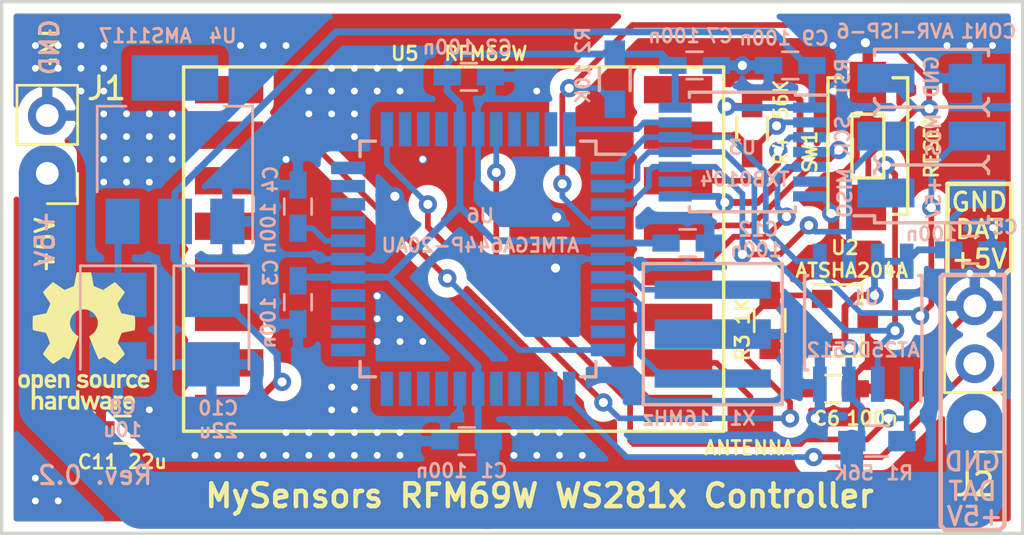
<source format=kicad_pcb>
(kicad_pcb (version 20171130) (host pcbnew 5.0.0-rc1-44a33f2~62~ubuntu16.04.1)
  (layers (0 F.Cu signal) (31 B.Cu signal) (34 B.Paste user) (35 F.Paste user) (36 B.SilkS user) (37 F.SilkS user) (38 B.Mask user) (39 F.Mask user) (44 Edge.Cuts user))
  (net 0 "")
  (net 1 GND)
  (net 2 +5V)
  (net 3 "Net-(C4-Pad2)")
  (net 4 /RST)
  (net 5 +3V3)
  (net 6 /MISO)
  (net 7 /SCK)
  (net 8 /MOSI)
  (net 9 /ATSHA204A)
  (net 10 /RFM69W_INT)
  (net 11 /RFM69W_SS)
  (net 12 /SPI_FLASH_SS)
  (net 13 "Net-(P1-Pad1)")
  (net 14 "Net-(R4-Pad1)")
  (net 15 "Net-(U3-Pad5)")
  (net 16 "Net-(U3-Pad4)")
  (net 17 "Net-(U3-Pad3)")
  (net 18 /D_OUT)
  (net 19 "Net-(U6-Pad8)")
  (net 20 "Net-(U6-Pad7)")
  (module Symbols:OSHW-Logo_5.7x6mm_SilkScreen (layer F.Cu) (at 77.1 87.3)
    (fp_text reference REF*** hide)
    (fp_text value OSHW-Logo_5.7x6mm_SilkScreen hide)
  )
  (module myfootprints:1pin_smd_2mm (layer F.Cu) (at 106.25 90.5 180)
    (fp_text reference P1 hide)
    (fp_text value ANTENNA (at -0.05 -1.5 180) (layer F.SilkS) (effects (font (size 0.6 0.6) (thickness 0.12))))
    (pad 1 smd rect (at -0.1 -0.1 180) (size 2 1.5) (layers F.Cu F.Paste F.Mask) (net 13 "Net-(P1-Pad1)"))
  )
  (module myfootprints:ZTTCS-3 (layer B.Cu) (at 104.7 87 270)
    (fp_text reference X1 (at 3.7 -1.3 180) (layer B.SilkS) (effects (font (size 0.6 0.6) (thickness 0.12)) (justify mirror)))
    (fp_text value 16MHz (at 3.7 1.6 180) (layer B.SilkS) (effects (font (size 0.6 0.6) (thickness 0.12)) (justify mirror)))
    (pad 3 smd rect (at 1.95 0 270) (size 0.8 5.1) (layers B.Cu B.Paste B.Mask) (net 19 "Net-(U6-Pad8)"))
    (pad 2 smd rect (at 0 0 270) (size 1.3 5.1) (layers B.Cu B.Paste B.Mask) (net 1 GND))
    (pad 1 smd rect (at -1.95 0 270) (size 0.8 5.1) (layers B.Cu B.Paste B.Mask) (net 20 "Net-(U6-Pad7)"))
  )
  (module Capacitors_SMD:C_0603_HandSoldering (layer F.Cu) (at 78.8 91.2 180)
    (fp_text reference C11 (at 1.082 -1.414 180) (layer F.SilkS) (effects (font (size 0.6 0.6) (thickness 0.12))))
    (fp_text value 22u (at -1.1 -1.4 180) (layer F.SilkS) (effects (font (size 0.6 0.6) (thickness 0.12))))
    (pad 1 smd rect (at -0.95 0 180) (size 1.2 0.75) (layers F.Cu F.Paste F.Mask) (net 5 +3V3))
    (pad 2 smd rect (at 0.95 0 180) (size 1.2 0.75) (layers F.Cu F.Paste F.Mask) (net 1 GND))
  )
  (module Capacitors_SMD:C_0603_HandSoldering (layer B.Cu) (at 103.9 75.2)
    (fp_text reference C7 (at 1.1 -1.3) (layer B.SilkS) (effects (font (size 0.6 0.6) (thickness 0.12)) (justify mirror)))
    (fp_text value 100n (at -0.9 -1.3) (layer B.SilkS) (effects (font (size 0.6 0.6) (thickness 0.12)) (justify mirror)))
    (pad 1 smd rect (at -0.95 0) (size 1.2 0.75) (layers B.Cu B.Paste B.Mask) (net 2 +5V))
    (pad 2 smd rect (at 0.95 0) (size 1.2 0.75) (layers B.Cu B.Paste B.Mask) (net 1 GND))
  )
  (module Buttons_Switches_SMD:SW_SPST_EVQPE1 (layer F.Cu) (at 111.506 78.74 90)
    (fp_text reference SW1 (at -0.254 -2.54 90) (layer F.SilkS) (effects (font (size 0.6 0.6) (thickness 0.12))))
    (fp_text value RESET (at -0.06 2.794 90) (layer F.SilkS) (effects (font (size 0.6 0.6) (thickness 0.12))))
    (pad 2 smd rect (at 2.7 0 90) (size 2 1.6) (layers F.Cu F.Paste F.Mask) (net 1 GND))
    (pad 1 smd rect (at -2.7 0 90) (size 2 1.6) (layers F.Cu F.Paste F.Mask) (net 4 /RST))
  )
  (module Capacitors_SMD:C_0603_HandSoldering (layer B.Cu) (at 94 75.7 180)
    (fp_text reference C2 (at -1.3 1.3 180) (layer B.SilkS) (effects (font (size 0.6 0.6) (thickness 0.12)) (justify mirror)))
    (fp_text value 100n (at 0.9 1.3 180) (layer B.SilkS) (effects (font (size 0.6 0.6) (thickness 0.12)) (justify mirror)))
    (pad 1 smd rect (at -0.95 0 180) (size 1.2 0.75) (layers B.Cu B.Paste B.Mask) (net 1 GND))
    (pad 2 smd rect (at 0.95 0 180) (size 1.2 0.75) (layers B.Cu B.Paste B.Mask) (net 2 +5V))
  )
  (module Capacitors_SMD:C_0603_HandSoldering (layer B.Cu) (at 93.9 91.7)
    (fp_text reference C1 (at 1.2 1.3) (layer B.SilkS) (effects (font (size 0.6 0.6) (thickness 0.12)) (justify mirror)))
    (fp_text value 100n (at -1.1 1.3) (layer B.SilkS) (effects (font (size 0.6 0.6) (thickness 0.12)) (justify mirror)))
    (pad 1 smd rect (at -0.95 0) (size 1.2 0.75) (layers B.Cu B.Paste B.Mask) (net 1 GND))
    (pad 2 smd rect (at 0.95 0) (size 1.2 0.75) (layers B.Cu B.Paste B.Mask) (net 2 +5V))
  )
  (module Capacitors_SMD:C_0603_HandSoldering (layer B.Cu) (at 86.5 85.6 90)
    (fp_text reference C3 (at 1.3 -1.2 90) (layer B.SilkS) (effects (font (size 0.6 0.6) (thickness 0.12)) (justify mirror)))
    (fp_text value 100n (at -0.9 -1.3 90) (layer B.SilkS) (effects (font (size 0.6 0.6) (thickness 0.12)) (justify mirror)))
    (pad 1 smd rect (at -0.95 0 90) (size 1.2 0.75) (layers B.Cu B.Paste B.Mask) (net 1 GND))
    (pad 2 smd rect (at 0.95 0 90) (size 1.2 0.75) (layers B.Cu B.Paste B.Mask) (net 2 +5V))
  )
  (module Capacitors_SMD:C_0603_HandSoldering (layer B.Cu) (at 86.5 81.4 270)
    (fp_text reference C4 (at -1.2 1.2 270) (layer B.SilkS) (effects (font (size 0.6 0.6) (thickness 0.12)) (justify mirror)))
    (fp_text value 100n (at 0.95 1.3 270) (layer B.SilkS) (effects (font (size 0.6 0.6) (thickness 0.12)) (justify mirror)))
    (pad 2 smd rect (at 0.95 0 270) (size 1.2 0.75) (layers B.Cu B.Paste B.Mask) (net 3 "Net-(C4-Pad2)"))
    (pad 1 smd rect (at -0.95 0 270) (size 1.2 0.75) (layers B.Cu B.Paste B.Mask) (net 1 GND))
  )
  (module Capacitors_SMD:C_0603_HandSoldering (layer B.Cu) (at 108.1 75.2)
    (fp_text reference C9 (at 1.1 -1.2) (layer B.SilkS) (effects (font (size 0.6 0.6) (thickness 0.12)) (justify mirror)))
    (fp_text value 100n (at -1.1 -1.2) (layer B.SilkS) (effects (font (size 0.6 0.6) (thickness 0.12)) (justify mirror)))
    (pad 2 smd rect (at 0.95 0) (size 1.2 0.75) (layers B.Cu B.Paste B.Mask) (net 5 +3V3))
    (pad 1 smd rect (at -0.95 0) (size 1.2 0.75) (layers B.Cu B.Paste B.Mask) (net 1 GND))
  )
  (module myfootprints:AVR_ISP_SMT_Small_02x03 (layer B.Cu) (at 114.3 78.3 90)
    (fp_text reference CON1 (at 4.6 2.5 180) (layer B.SilkS) (effects (font (size 0.6 0.6) (thickness 0.12)) (justify mirror)))
    (fp_text value AVR-ISP-6 (at 4.6 -1.6 180) (layer B.SilkS) (effects (font (size 0.6 0.6) (thickness 0.12)) (justify mirror)))
    (pad 1 smd rect (at -2.5 -2 90) (size 1.27 2.5) (layers B.Cu B.Paste B.Mask) (net 6 /MISO))
    (pad 3 smd rect (at 0 -2 90) (size 1.27 2.5) (layers B.Cu B.Paste B.Mask) (net 7 /SCK))
    (pad 5 smd rect (at 2.54 -2 90) (size 1.27 2.5) (layers B.Cu B.Paste B.Mask) (net 4 /RST))
    (pad 6 smd rect (at 2.54 2 90) (size 1.27 2.5) (layers B.Cu B.Paste B.Mask) (net 1 GND))
    (pad 4 smd rect (at 0 2 90) (size 1.27 2.5) (layers B.Cu B.Paste B.Mask) (net 8 /MOSI))
    (pad 2 smd rect (at -2.54 2 90) (size 1.27 2.5) (layers B.Cu B.Paste B.Mask) (net 2 +5V))
  )
  (module Resistors_SMD:R_0603_HandSoldering (layer B.Cu) (at 100.4 75.8 270)
    (fp_text reference R2 (at -1.7 1.4 270) (layer B.SilkS) (effects (font (size 0.6 0.6) (thickness 0.12)) (justify mirror)))
    (fp_text value 10K (at 0.2 1.4 270) (layer B.SilkS) (effects (font (size 0.6 0.6) (thickness 0.12)) (justify mirror)))
    (pad 2 smd rect (at 1.1 0 270) (size 1.2 0.9) (layers B.Cu B.Paste B.Mask) (net 4 /RST))
    (pad 1 smd rect (at -1.1 0 270) (size 1.2 0.9) (layers B.Cu B.Paste B.Mask) (net 2 +5V))
  )
  (module Resistors_SMD:R_0603_HandSoldering (layer F.Cu) (at 106.426 77.978 90)
    (fp_text reference R4 (at -1.016 1.27 90) (layer F.SilkS) (effects (font (size 0.6 0.6) (thickness 0.12))))
    (fp_text value 56K (at 1.27 1.27 90) (layer F.SilkS) (effects (font (size 0.6 0.6) (thickness 0.12))))
    (pad 2 smd rect (at 1.1 0 90) (size 1.2 0.9) (layers F.Cu F.Paste F.Mask) (net 5 +3V3))
    (pad 1 smd rect (at -1.1 0 90) (size 1.2 0.9) (layers F.Cu F.Paste F.Mask) (net 14 "Net-(R4-Pad1)"))
  )
  (module Housings_SSOP:TSSOP-14_4.4x5mm_Pitch0.65mm (layer B.Cu) (at 106 79 180)
    (fp_text reference U3 (at 0 0.2 180) (layer B.SilkS) (effects (font (size 0.6 0.6) (thickness 0.12)) (justify mirror)))
    (fp_text value TXB0104 (at -0.1 -1.2 180) (layer B.SilkS) (effects (font (size 0.6 0.6) (thickness 0.12)) (justify mirror)))
    (pad 14 smd rect (at 2.95 1.95 180) (size 1.45 0.45) (layers B.Cu B.Paste B.Mask) (net 2 +5V))
    (pad 13 smd rect (at 2.95 1.3 180) (size 1.45 0.45) (layers B.Cu B.Paste B.Mask) (net 11 /RFM69W_SS))
    (pad 12 smd rect (at 2.95 0.65 180) (size 1.45 0.45) (layers B.Cu B.Paste B.Mask) (net 8 /MOSI))
    (pad 11 smd rect (at 2.95 0 180) (size 1.45 0.45) (layers B.Cu B.Paste B.Mask) (net 6 /MISO))
    (pad 10 smd rect (at 2.95 -0.65 180) (size 1.45 0.45) (layers B.Cu B.Paste B.Mask) (net 7 /SCK))
    (pad 9 smd rect (at 2.95 -1.3 180) (size 1.45 0.45) (layers B.Cu B.Paste B.Mask))
    (pad 8 smd rect (at 2.95 -1.95 180) (size 1.45 0.45) (layers B.Cu B.Paste B.Mask) (net 5 +3V3))
    (pad 7 smd rect (at -2.95 -1.95 180) (size 1.45 0.45) (layers B.Cu B.Paste B.Mask) (net 1 GND))
    (pad 6 smd rect (at -2.95 -1.3 180) (size 1.45 0.45) (layers B.Cu B.Paste B.Mask))
    (pad 5 smd rect (at -2.95 -0.65 180) (size 1.45 0.45) (layers B.Cu B.Paste B.Mask) (net 15 "Net-(U3-Pad5)"))
    (pad 4 smd rect (at -2.95 0 180) (size 1.45 0.45) (layers B.Cu B.Paste B.Mask) (net 16 "Net-(U3-Pad4)"))
    (pad 3 smd rect (at -2.95 0.65 180) (size 1.45 0.45) (layers B.Cu B.Paste B.Mask) (net 17 "Net-(U3-Pad3)"))
    (pad 2 smd rect (at -2.95 1.3 180) (size 1.45 0.45) (layers B.Cu B.Paste B.Mask) (net 14 "Net-(R4-Pad1)"))
    (pad 1 smd rect (at -2.95 1.95 180) (size 1.45 0.45) (layers B.Cu B.Paste B.Mask) (net 5 +3V3))
  )
  (module mysensors_radios:RFM69HW_SMD_Handsoldering (layer F.Cu) (at 84.88 76.264)
    (fp_text reference U5 (at 6.306 -1.588) (layer F.SilkS) (effects (font (size 0.6 0.6) (thickness 0.12))))
    (fp_text value RFM69W (at 9.862 -1.588) (layer F.SilkS) (effects (font (size 0.6 0.6) (thickness 0.12))))
    (pad 16 smd rect (at 18.3 0) (size 3 1.2) (layers F.Cu F.Paste F.Mask))
    (pad 15 smd rect (at 18.3 2) (size 3 1.2) (layers F.Cu F.Paste F.Mask) (net 14 "Net-(R4-Pad1)"))
    (pad 14 smd rect (at 18.3 4) (size 3 1.2) (layers F.Cu F.Paste F.Mask) (net 17 "Net-(U3-Pad3)"))
    (pad 13 smd rect (at 18.3 6) (size 3 1.2) (layers F.Cu F.Paste F.Mask) (net 16 "Net-(U3-Pad4)"))
    (pad 12 smd rect (at 18.3 8) (size 3 1.2) (layers F.Cu F.Paste F.Mask) (net 15 "Net-(U3-Pad5)"))
    (pad 11 smd rect (at 18.3 10) (size 3 1.2) (layers F.Cu F.Paste F.Mask) (net 1 GND))
    (pad 10 smd rect (at 18.3 12) (size 3 1.2) (layers F.Cu F.Paste F.Mask) (net 13 "Net-(P1-Pad1)"))
    (pad 9 smd rect (at 18.3 14) (size 3 1.2) (layers F.Cu F.Paste F.Mask) (net 1 GND))
    (pad 8 smd rect (at -1.4 14) (size 3 1.2) (layers F.Cu F.Paste F.Mask) (net 5 +3V3))
    (pad 7 smd rect (at -1.4 12) (size 3 1.2) (layers F.Cu F.Paste F.Mask))
    (pad 6 smd rect (at -1.4 10) (size 3 1.2) (layers F.Cu F.Paste F.Mask))
    (pad 5 smd rect (at -1.4 8) (size 3 1.2) (layers F.Cu F.Paste F.Mask))
    (pad 4 smd rect (at -1.4 6) (size 3 1.2) (layers F.Cu F.Paste F.Mask))
    (pad 3 smd rect (at -1.4 4) (size 3 1.2) (layers F.Cu F.Paste F.Mask))
    (pad 2 smd rect (at -1.4 2) (size 3 1.2) (layers F.Cu F.Paste F.Mask) (net 10 /RFM69W_INT))
    (pad 1 smd rect (at -1.4 0) (size 3 1.2) (layers F.Cu F.Paste F.Mask))
  )
  (module Capacitors_SMD:C_0603_HandSoldering (layer F.Cu) (at 110 89.4)
    (fp_text reference C6 (at -0.3 1.3) (layer F.SilkS) (effects (font (size 0.6 0.6) (thickness 0.12))))
    (fp_text value 100n (at 1.7 1.3) (layer F.SilkS) (effects (font (size 0.6 0.6) (thickness 0.12))))
    (pad 2 smd rect (at 0.95 0) (size 1.2 0.75) (layers F.Cu F.Paste F.Mask) (net 1 GND))
    (pad 1 smd rect (at -0.95 0) (size 1.2 0.75) (layers F.Cu F.Paste F.Mask) (net 2 +5V))
  )
  (module Capacitors_Tantalum_SMD:CP_Tantalum_Case-B_EIA-3528-21_Reflow (layer B.Cu) (at 78.6 86.8 270)
    (fp_text reference C8 (at 3.4 -0.2) (layer B.SilkS) (effects (font (size 0.6 0.6) (thickness 0.12)) (justify mirror)))
    (fp_text value 10u (at 4.4 -0.2) (layer B.SilkS) (effects (font (size 0.6 0.6) (thickness 0.12)) (justify mirror)))
    (pad 1 smd rect (at -1.525 0 270) (size 1.95 2.5) (layers B.Cu B.Paste B.Mask) (net 2 +5V))
    (pad 2 smd rect (at 1.525 0 270) (size 1.95 2.5) (layers B.Cu B.Paste B.Mask) (net 1 GND))
  )
  (module Capacitors_Tantalum_SMD:CP_Tantalum_Case-B_EIA-3528-21_Reflow (layer B.Cu) (at 82.7 86.8 270)
    (fp_text reference C10 (at 3.45 -0.3) (layer B.SilkS) (effects (font (size 0.6 0.6) (thickness 0.12)) (justify mirror)))
    (fp_text value 22u (at 4.45 -0.3) (layer B.SilkS) (effects (font (size 0.6 0.6) (thickness 0.12)) (justify mirror)))
    (pad 2 smd rect (at 1.525 0 270) (size 1.95 2.5) (layers B.Cu B.Paste B.Mask) (net 1 GND))
    (pad 1 smd rect (at -1.525 0 270) (size 1.95 2.5) (layers B.Cu B.Paste B.Mask) (net 5 +3V3))
  )
  (module Resistors_SMD:R_0603_HandSoldering (layer F.Cu) (at 107.2 86.4 270)
    (fp_text reference R3 (at 1.2 1.2 270) (layer F.SilkS) (effects (font (size 0.6 0.6) (thickness 0.12))))
    (fp_text value 1K (at -0.4 1.2 270) (layer F.SilkS) (effects (font (size 0.6 0.6) (thickness 0.12))))
    (pad 2 smd rect (at 1.1 0 270) (size 1.2 0.9) (layers F.Cu F.Paste F.Mask) (net 2 +5V))
    (pad 1 smd rect (at -1.1 0 270) (size 1.2 0.9) (layers F.Cu F.Paste F.Mask) (net 9 /ATSHA204A))
  )
  (module Housings_SOIC:SOIC-8_3.9x4.9mm_Pitch1.27mm (layer B.Cu) (at 111.305 86.5 90)
    (fp_text reference U1 (at 1.1 0.095 180) (layer B.SilkS) (effects (font (size 0.6 0.6) (thickness 0.12)) (justify mirror)))
    (fp_text value AT25DF512 (at -1.2 -0.005 180) (layer B.SilkS) (effects (font (size 0.6 0.6) (thickness 0.12)) (justify mirror)))
    (pad 8 smd rect (at 2.7 1.905 90) (size 1.55 0.6) (layers B.Cu B.Paste B.Mask) (net 2 +5V))
    (pad 7 smd rect (at 2.7 0.635 90) (size 1.55 0.6) (layers B.Cu B.Paste B.Mask) (net 2 +5V))
    (pad 6 smd rect (at 2.7 -0.635 90) (size 1.55 0.6) (layers B.Cu B.Paste B.Mask) (net 7 /SCK))
    (pad 5 smd rect (at 2.7 -1.905 90) (size 1.55 0.6) (layers B.Cu B.Paste B.Mask) (net 8 /MOSI))
    (pad 4 smd rect (at -2.7 -1.905 90) (size 1.55 0.6) (layers B.Cu B.Paste B.Mask) (net 1 GND))
    (pad 3 smd rect (at -2.7 -0.635 90) (size 1.55 0.6) (layers B.Cu B.Paste B.Mask) (net 2 +5V))
    (pad 2 smd rect (at -2.7 0.635 90) (size 1.55 0.6) (layers B.Cu B.Paste B.Mask) (net 6 /MISO))
    (pad 1 smd rect (at -2.7 1.905 90) (size 1.55 0.6) (layers B.Cu B.Paste B.Mask) (net 12 /SPI_FLASH_SS))
  )
  (module TO_SOT_Packages_SMD:SOT-23 (layer F.Cu) (at 110.5 86.4)
    (fp_text reference U2 (at 0 -3.2) (layer F.SilkS) (effects (font (size 0.6 0.6) (thickness 0.12))))
    (fp_text value ATSHA204A (at 0.3 -2.2) (layer F.SilkS) (effects (font (size 0.6 0.6) (thickness 0.12))))
    (pad 3 smd rect (at 1 0) (size 0.9 0.8) (layers F.Cu F.Paste F.Mask) (net 1 GND))
    (pad 2 smd rect (at -1 0.95) (size 0.9 0.8) (layers F.Cu F.Paste F.Mask) (net 2 +5V))
    (pad 1 smd rect (at -1 -0.95) (size 0.9 0.8) (layers F.Cu F.Paste F.Mask) (net 9 /ATSHA204A))
  )
  (module TO_SOT_Packages_SMD:SOT-223 (layer B.Cu) (at 81.1 78.9 90)
    (fp_text reference U4 (at 5 2.1 180) (layer B.SilkS) (effects (font (size 0.6 0.6) (thickness 0.12)) (justify mirror)))
    (fp_text value AMS1117 (at 5 -1.3 180) (layer B.SilkS) (effects (font (size 0.6 0.6) (thickness 0.12)) (justify mirror)))
    (pad 1 smd rect (at -3.15 2.3 90) (size 2 1.5) (layers B.Cu B.Paste B.Mask) (net 1 GND))
    (pad 3 smd rect (at -3.15 -2.3 90) (size 2 1.5) (layers B.Cu B.Paste B.Mask) (net 2 +5V))
    (pad 2 smd rect (at -3.15 0 90) (size 2 1.5) (layers B.Cu B.Paste B.Mask) (net 5 +3V3))
    (pad 4 smd rect (at 3.15 0 90) (size 2 3.8) (layers B.Cu B.Paste B.Mask))
  )
  (module Capacitors_SMD:C_0603_HandSoldering (layer B.Cu) (at 116 83.3)
    (fp_text reference C5 (at 1.5 -1 180) (layer B.SilkS) (effects (font (size 0.6 0.6) (thickness 0.12)) (justify mirror)))
    (fp_text value 100n (at -1.7 -0.7 180) (layer B.SilkS) (effects (font (size 0.6 0.6) (thickness 0.12)) (justify mirror)))
    (pad 2 smd rect (at 0.95 0) (size 1.2 0.75) (layers B.Cu B.Paste B.Mask) (net 1 GND))
    (pad 1 smd rect (at -0.95 0) (size 1.2 0.75) (layers B.Cu B.Paste B.Mask) (net 2 +5V))
  )
  (module Resistors_SMD:R_0603_HandSoldering (layer B.Cu) (at 111.9 91.7 180)
    (fp_text reference R1 (at -1 -1.4 180) (layer B.SilkS) (effects (font (size 0.6 0.6) (thickness 0.12)) (justify mirror)))
    (fp_text value 56K (at 1 -1.4 180) (layer B.SilkS) (effects (font (size 0.6 0.6) (thickness 0.12)) (justify mirror)))
    (pad 2 smd rect (at 1.1 0 180) (size 1.2 0.9) (layers B.Cu B.Paste B.Mask) (net 2 +5V))
    (pad 1 smd rect (at -1.1 0 180) (size 1.2 0.9) (layers B.Cu B.Paste B.Mask) (net 12 /SPI_FLASH_SS))
  )
  (module Pin_Headers:Pin_Header_Straight_1x02_Pitch2.54mm (layer F.Cu) (at 75.5 79.94 180)
    (fp_text reference J1 (at -2.6 3.74 180) (layer F.SilkS))
    (fp_text value PWR)
    (pad 2 thru_hole oval (at 0 2.54 180) (size 1.7 1.7) (drill 1) (layers *.Cu *.Mask) (net 1 GND))
    (pad 1 thru_hole rect (at 0 0 180) (size 1.7 1.7) (drill 1) (layers *.Cu *.Mask) (net 2 +5V))
  )
  (module Pin_Headers:Pin_Header_Straight_1x03_Pitch2.54mm (layer F.Cu) (at 116.2 90.84 180)
    (fp_text reference J2 (at 0 -2.76 180) (layer F.SilkS))
    (fp_text value CTRL_OUT)
    (pad 3 thru_hole oval (at 0 5.08 180) (size 1.7 1.7) (drill 1) (layers *.Cu *.Mask) (net 1 GND))
    (pad 2 thru_hole oval (at 0 2.54 180) (size 1.7 1.7) (drill 1) (layers *.Cu *.Mask) (net 18 /D_OUT))
    (pad 1 thru_hole rect (at 0 0 180) (size 1.7 1.7) (drill 1) (layers *.Cu *.Mask) (net 2 +5V))
  )
  (module Capacitors_SMD:C_0603_HandSoldering (layer B.Cu) (at 103.6 83 180)
    (fp_text reference C12 (at -3.1 0.6 180) (layer B.SilkS) (effects (font (size 0.6 0.6) (thickness 0.12)) (justify mirror)))
    (fp_text value 100n (at -3 -0.3 180) (layer B.SilkS) (effects (font (size 0.6 0.6) (thickness 0.12)) (justify mirror)))
    (pad 2 smd rect (at 0.95 0 180) (size 1.2 0.75) (layers B.Cu B.Paste B.Mask) (net 2 +5V))
    (pad 1 smd rect (at -0.95 0 180) (size 1.2 0.75) (layers B.Cu B.Paste B.Mask) (net 1 GND))
  )
  (module Housings_QFP:TQFP-44_10x10mm_Pitch0.8mm (layer B.Cu) (at 94.4 83.7 180)
    (fp_text reference U6 (at -0.1 1.9 180) (layer B.SilkS) (effects (font (size 0.6 0.6) (thickness 0.12)) (justify mirror)))
    (fp_text value ATMEGA644P-20AU (at -0.1 0.6 180) (layer B.SilkS) (effects (font (size 0.6 0.6) (thickness 0.12)) (justify mirror)))
    (pad 44 smd rect (at -4 5.7 90) (size 1.5 0.55) (layers B.Cu B.Paste B.Mask) (net 11 /RFM69W_SS))
    (pad 43 smd rect (at -3.2 5.7 90) (size 1.5 0.55) (layers B.Cu B.Paste B.Mask))
    (pad 42 smd rect (at -2.4 5.7 90) (size 1.5 0.55) (layers B.Cu B.Paste B.Mask))
    (pad 41 smd rect (at -1.6 5.7 90) (size 1.5 0.55) (layers B.Cu B.Paste B.Mask))
    (pad 40 smd rect (at -0.8 5.7 90) (size 1.5 0.55) (layers B.Cu B.Paste B.Mask) (net 12 /SPI_FLASH_SS))
    (pad 39 smd rect (at 0 5.7 90) (size 1.5 0.55) (layers B.Cu B.Paste B.Mask) (net 1 GND))
    (pad 38 smd rect (at 0.8 5.7 90) (size 1.5 0.55) (layers B.Cu B.Paste B.Mask) (net 2 +5V))
    (pad 37 smd rect (at 1.6 5.7 90) (size 1.5 0.55) (layers B.Cu B.Paste B.Mask))
    (pad 36 smd rect (at 2.4 5.7 90) (size 1.5 0.55) (layers B.Cu B.Paste B.Mask))
    (pad 35 smd rect (at 3.2 5.7 90) (size 1.5 0.55) (layers B.Cu B.Paste B.Mask))
    (pad 34 smd rect (at 4 5.7 90) (size 1.5 0.55) (layers B.Cu B.Paste B.Mask) (net 9 /ATSHA204A))
    (pad 33 smd rect (at 5.7 4 180) (size 1.5 0.55) (layers B.Cu B.Paste B.Mask))
    (pad 32 smd rect (at 5.7 3.2 180) (size 1.5 0.55) (layers B.Cu B.Paste B.Mask))
    (pad 31 smd rect (at 5.7 2.4 180) (size 1.5 0.55) (layers B.Cu B.Paste B.Mask))
    (pad 30 smd rect (at 5.7 1.6 180) (size 1.5 0.55) (layers B.Cu B.Paste B.Mask))
    (pad 29 smd rect (at 5.7 0.8 180) (size 1.5 0.55) (layers B.Cu B.Paste B.Mask) (net 3 "Net-(C4-Pad2)"))
    (pad 28 smd rect (at 5.7 0 180) (size 1.5 0.55) (layers B.Cu B.Paste B.Mask) (net 1 GND))
    (pad 27 smd rect (at 5.7 -0.8 180) (size 1.5 0.55) (layers B.Cu B.Paste B.Mask) (net 2 +5V))
    (pad 26 smd rect (at 5.7 -1.6 180) (size 1.5 0.55) (layers B.Cu B.Paste B.Mask))
    (pad 25 smd rect (at 5.7 -2.4 180) (size 1.5 0.55) (layers B.Cu B.Paste B.Mask))
    (pad 24 smd rect (at 5.7 -3.2 180) (size 1.5 0.55) (layers B.Cu B.Paste B.Mask))
    (pad 23 smd rect (at 5.7 -4 180) (size 1.5 0.55) (layers B.Cu B.Paste B.Mask))
    (pad 22 smd rect (at 4 -5.7 90) (size 1.5 0.55) (layers B.Cu B.Paste B.Mask))
    (pad 21 smd rect (at 3.2 -5.7 90) (size 1.5 0.55) (layers B.Cu B.Paste B.Mask))
    (pad 20 smd rect (at 2.4 -5.7 90) (size 1.5 0.55) (layers B.Cu B.Paste B.Mask))
    (pad 19 smd rect (at 1.6 -5.7 90) (size 1.5 0.55) (layers B.Cu B.Paste B.Mask))
    (pad 18 smd rect (at 0.8 -5.7 90) (size 1.5 0.55) (layers B.Cu B.Paste B.Mask) (net 1 GND))
    (pad 17 smd rect (at 0 -5.7 90) (size 1.5 0.55) (layers B.Cu B.Paste B.Mask) (net 2 +5V))
    (pad 16 smd rect (at -0.8 -5.7 90) (size 1.5 0.55) (layers B.Cu B.Paste B.Mask))
    (pad 15 smd rect (at -1.6 -5.7 90) (size 1.5 0.55) (layers B.Cu B.Paste B.Mask))
    (pad 14 smd rect (at -2.4 -5.7 90) (size 1.5 0.55) (layers B.Cu B.Paste B.Mask))
    (pad 13 smd rect (at -3.2 -5.7 90) (size 1.5 0.55) (layers B.Cu B.Paste B.Mask))
    (pad 12 smd rect (at -4 -5.7 90) (size 1.5 0.55) (layers B.Cu B.Paste B.Mask) (net 18 /D_OUT))
    (pad 11 smd rect (at -5.7 -4 180) (size 1.5 0.55) (layers B.Cu B.Paste B.Mask) (net 10 /RFM69W_INT))
    (pad 10 smd rect (at -5.7 -3.2 180) (size 1.5 0.55) (layers B.Cu B.Paste B.Mask))
    (pad 9 smd rect (at -5.7 -2.4 180) (size 1.5 0.55) (layers B.Cu B.Paste B.Mask))
    (pad 8 smd rect (at -5.7 -1.6 180) (size 1.5 0.55) (layers B.Cu B.Paste B.Mask) (net 19 "Net-(U6-Pad8)"))
    (pad 7 smd rect (at -5.7 -0.8 180) (size 1.5 0.55) (layers B.Cu B.Paste B.Mask) (net 20 "Net-(U6-Pad7)"))
    (pad 6 smd rect (at -5.7 0 180) (size 1.5 0.55) (layers B.Cu B.Paste B.Mask) (net 1 GND))
    (pad 5 smd rect (at -5.7 0.8 180) (size 1.5 0.55) (layers B.Cu B.Paste B.Mask) (net 2 +5V))
    (pad 4 smd rect (at -5.7 1.6 180) (size 1.5 0.55) (layers B.Cu B.Paste B.Mask) (net 4 /RST))
    (pad 3 smd rect (at -5.7 2.4 180) (size 1.5 0.55) (layers B.Cu B.Paste B.Mask) (net 7 /SCK))
    (pad 2 smd rect (at -5.7 3.2 180) (size 1.5 0.55) (layers B.Cu B.Paste B.Mask) (net 6 /MISO))
    (pad 1 smd rect (at -5.7 4 180) (size 1.5 0.55) (layers B.Cu B.Paste B.Mask) (net 8 /MOSI))
  )
  (module VIA_MATRIX (layer F.Cu) (at 74.977381 74.324999)
    (fp_text reference V10_2 hide)
    (fp_text value AUTO_VIA hide)
    (pad 1 thru_hole circle (at 0 0) (size 0.4 0.4) (drill 0.3) (layers *.Cu) (net 1 GND) (clearance 0.3))
  )
  (module VIA_MATRIX (layer F.Cu) (at 75.977381 74.324999)
    (fp_text reference V11_2 hide)
    (fp_text value AUTO_VIA hide)
    (pad 1 thru_hole circle (at 0 0) (size 0.4 0.4) (drill 0.3) (layers *.Cu) (net 1 GND) (clearance 0.3))
  )
  (module VIA_MATRIX (layer F.Cu) (at 76.977381 74.324999)
    (fp_text reference V12_2 hide)
    (fp_text value AUTO_VIA hide)
    (pad 1 thru_hole circle (at 0 0) (size 0.4 0.4) (drill 0.3) (layers *.Cu) (net 1 GND) (clearance 0.3))
  )
  (module VIA_MATRIX (layer F.Cu) (at 77.977381 74.324999)
    (fp_text reference V13_2 hide)
    (fp_text value AUTO_VIA hide)
    (pad 1 thru_hole circle (at 0 0) (size 0.4 0.4) (drill 0.3) (layers *.Cu) (net 1 GND) (clearance 0.3))
  )
  (module VIA_MATRIX (layer F.Cu) (at 83.977381 74.324999)
    (fp_text reference V19_2 hide)
    (fp_text value AUTO_VIA hide)
    (pad 1 thru_hole circle (at 0 0) (size 0.4 0.4) (drill 0.3) (layers *.Cu) (net 1 GND) (clearance 0.3))
  )
  (module VIA_MATRIX (layer F.Cu) (at 84.977381 74.324999)
    (fp_text reference V20_2 hide)
    (fp_text value AUTO_VIA hide)
    (pad 1 thru_hole circle (at 0 0) (size 0.4 0.4) (drill 0.3) (layers *.Cu) (net 1 GND) (clearance 0.3))
  )
  (module VIA_MATRIX (layer F.Cu) (at 85.977381 74.324999)
    (fp_text reference V21_2 hide)
    (fp_text value AUTO_VIA hide)
    (pad 1 thru_hole circle (at 0 0) (size 0.4 0.4) (drill 0.3) (layers *.Cu) (net 1 GND) (clearance 0.3))
  )
  (module VIA_MATRIX (layer F.Cu) (at 109.977381 74.324999)
    (fp_text reference V45_2 hide)
    (fp_text value AUTO_VIA hide)
    (pad 1 thru_hole circle (at 0 0) (size 0.4 0.4) (drill 0.3) (layers *.Cu) (net 1 GND) (clearance 0.3))
  )
  (module VIA_MATRIX (layer F.Cu) (at 114.977381 74.324999)
    (fp_text reference V50_2 hide)
    (fp_text value AUTO_VIA hide)
    (pad 1 thru_hole circle (at 0 0) (size 0.4 0.4) (drill 0.3) (layers *.Cu) (net 1 GND) (clearance 0.3))
  )
  (module VIA_MATRIX (layer F.Cu) (at 115.977381 74.324999)
    (fp_text reference V51_2 hide)
    (fp_text value AUTO_VIA hide)
    (pad 1 thru_hole circle (at 0 0) (size 0.4 0.4) (drill 0.3) (layers *.Cu) (net 1 GND) (clearance 0.3))
  )
  (module VIA_MATRIX (layer F.Cu) (at 116.977381 74.324999)
    (fp_text reference V52_2 hide)
    (fp_text value AUTO_VIA hide)
    (pad 1 thru_hole circle (at 0 0) (size 0.4 0.4) (drill 0.3) (layers *.Cu) (net 1 GND) (clearance 0.3))
  )
  (module VIA_MATRIX (layer F.Cu) (at 74.977381 75.324999)
    (fp_text reference V10_3 hide)
    (fp_text value AUTO_VIA hide)
    (pad 1 thru_hole circle (at 0 0) (size 0.4 0.4) (drill 0.3) (layers *.Cu) (net 1 GND) (clearance 0.3))
  )
  (module VIA_MATRIX (layer F.Cu) (at 75.977381 75.324999)
    (fp_text reference V11_3 hide)
    (fp_text value AUTO_VIA hide)
    (pad 1 thru_hole circle (at 0 0) (size 0.4 0.4) (drill 0.3) (layers *.Cu) (net 1 GND) (clearance 0.3))
  )
  (module VIA_MATRIX (layer F.Cu) (at 76.977381 75.324999)
    (fp_text reference V12_3 hide)
    (fp_text value AUTO_VIA hide)
    (pad 1 thru_hole circle (at 0 0) (size 0.4 0.4) (drill 0.3) (layers *.Cu) (net 1 GND) (clearance 0.3))
  )
  (module VIA_MATRIX (layer F.Cu) (at 77.977381 75.324999)
    (fp_text reference V13_3 hide)
    (fp_text value AUTO_VIA hide)
    (pad 1 thru_hole circle (at 0 0) (size 0.4 0.4) (drill 0.3) (layers *.Cu) (net 1 GND) (clearance 0.3))
  )
  (module VIA_MATRIX (layer F.Cu) (at 87.977381 75.324999)
    (fp_text reference V23_3 hide)
    (fp_text value AUTO_VIA hide)
    (pad 1 thru_hole circle (at 0 0) (size 0.4 0.4) (drill 0.3) (layers *.Cu) (net 1 GND) (clearance 0.3))
  )
  (module VIA_MATRIX (layer F.Cu) (at 88.977381 75.324999)
    (fp_text reference V24_3 hide)
    (fp_text value AUTO_VIA hide)
    (pad 1 thru_hole circle (at 0 0) (size 0.4 0.4) (drill 0.3) (layers *.Cu) (net 1 GND) (clearance 0.3))
  )
  (module VIA_MATRIX (layer F.Cu) (at 89.977381 75.324999)
    (fp_text reference V25_3 hide)
    (fp_text value AUTO_VIA hide)
    (pad 1 thru_hole circle (at 0 0) (size 0.4 0.4) (drill 0.3) (layers *.Cu) (net 1 GND) (clearance 0.3))
  )
  (module VIA_MATRIX (layer F.Cu) (at 90.977381 75.324999)
    (fp_text reference V26_3 hide)
    (fp_text value AUTO_VIA hide)
    (pad 1 thru_hole circle (at 0 0) (size 0.4 0.4) (drill 0.3) (layers *.Cu) (net 1 GND) (clearance 0.3))
  )
  (module VIA_MATRIX (layer F.Cu) (at 76.977381 76.324999)
    (fp_text reference V12_4 hide)
    (fp_text value AUTO_VIA hide)
    (pad 1 thru_hole circle (at 0 0) (size 0.4 0.4) (drill 0.3) (layers *.Cu) (net 1 GND) (clearance 0.3))
  )
  (module VIA_MATRIX (layer F.Cu) (at 77.977381 76.324999)
    (fp_text reference V13_4 hide)
    (fp_text value AUTO_VIA hide)
    (pad 1 thru_hole circle (at 0 0) (size 0.4 0.4) (drill 0.3) (layers *.Cu) (net 1 GND) (clearance 0.3))
  )
  (module VIA_MATRIX (layer F.Cu) (at 86.977381 76.324999)
    (fp_text reference V22_4 hide)
    (fp_text value AUTO_VIA hide)
    (pad 1 thru_hole circle (at 0 0) (size 0.4 0.4) (drill 0.3) (layers *.Cu) (net 1 GND) (clearance 0.3))
  )
  (module VIA_MATRIX (layer F.Cu) (at 87.977381 76.324999)
    (fp_text reference V23_4 hide)
    (fp_text value AUTO_VIA hide)
    (pad 1 thru_hole circle (at 0 0) (size 0.4 0.4) (drill 0.3) (layers *.Cu) (net 1 GND) (clearance 0.3))
  )
  (module VIA_MATRIX (layer F.Cu) (at 88.977381 76.324999)
    (fp_text reference V24_4 hide)
    (fp_text value AUTO_VIA hide)
    (pad 1 thru_hole circle (at 0 0) (size 0.4 0.4) (drill 0.3) (layers *.Cu) (net 1 GND) (clearance 0.3))
  )
  (module VIA_MATRIX (layer F.Cu) (at 89.977381 76.324999)
    (fp_text reference V25_4 hide)
    (fp_text value AUTO_VIA hide)
    (pad 1 thru_hole circle (at 0 0) (size 0.4 0.4) (drill 0.3) (layers *.Cu) (net 1 GND) (clearance 0.3))
  )
  (module VIA_MATRIX (layer F.Cu) (at 90.977381 76.324999)
    (fp_text reference V26_4 hide)
    (fp_text value AUTO_VIA hide)
    (pad 1 thru_hole circle (at 0 0) (size 0.4 0.4) (drill 0.3) (layers *.Cu) (net 1 GND) (clearance 0.3))
  )
  (module VIA_MATRIX (layer F.Cu) (at 96.977381 76.324999)
    (fp_text reference V32_4 hide)
    (fp_text value AUTO_VIA hide)
    (pad 1 thru_hole circle (at 0 0) (size 0.4 0.4) (drill 0.3) (layers *.Cu) (net 1 GND) (clearance 0.3))
  )
  (module VIA_MATRIX (layer F.Cu) (at 109.977381 76.324999)
    (fp_text reference V45_4 hide)
    (fp_text value AUTO_VIA hide)
    (pad 1 thru_hole circle (at 0 0) (size 0.4 0.4) (drill 0.3) (layers *.Cu) (net 1 GND) (clearance 0.3))
  )
  (module VIA_MATRIX (layer F.Cu) (at 77.977381 77.324999)
    (fp_text reference V13_5 hide)
    (fp_text value AUTO_VIA hide)
    (pad 1 thru_hole circle (at 0 0) (size 0.4 0.4) (drill 0.3) (layers *.Cu) (net 1 GND) (clearance 0.3))
  )
  (module VIA_MATRIX (layer F.Cu) (at 78.977381 77.324999)
    (fp_text reference V14_5 hide)
    (fp_text value AUTO_VIA hide)
    (pad 1 thru_hole circle (at 0 0) (size 0.4 0.4) (drill 0.3) (layers *.Cu) (net 1 GND) (clearance 0.3))
  )
  (module VIA_MATRIX (layer F.Cu) (at 79.977381 77.324999)
    (fp_text reference V15_5 hide)
    (fp_text value AUTO_VIA hide)
    (pad 1 thru_hole circle (at 0 0) (size 0.4 0.4) (drill 0.3) (layers *.Cu) (net 1 GND) (clearance 0.3))
  )
  (module VIA_MATRIX (layer F.Cu) (at 80.977381 77.324999)
    (fp_text reference V16_5 hide)
    (fp_text value AUTO_VIA hide)
    (pad 1 thru_hole circle (at 0 0) (size 0.4 0.4) (drill 0.3) (layers *.Cu) (net 1 GND) (clearance 0.3))
  )
  (module VIA_MATRIX (layer F.Cu) (at 86.977381 77.324999)
    (fp_text reference V22_5 hide)
    (fp_text value AUTO_VIA hide)
    (pad 1 thru_hole circle (at 0 0) (size 0.4 0.4) (drill 0.3) (layers *.Cu) (net 1 GND) (clearance 0.3))
  )
  (module VIA_MATRIX (layer F.Cu) (at 87.977381 77.324999)
    (fp_text reference V23_5 hide)
    (fp_text value AUTO_VIA hide)
    (pad 1 thru_hole circle (at 0 0) (size 0.4 0.4) (drill 0.3) (layers *.Cu) (net 1 GND) (clearance 0.3))
  )
  (module VIA_MATRIX (layer F.Cu) (at 88.977381 77.324999)
    (fp_text reference V24_5 hide)
    (fp_text value AUTO_VIA hide)
    (pad 1 thru_hole circle (at 0 0) (size 0.4 0.4) (drill 0.3) (layers *.Cu) (net 1 GND) (clearance 0.3))
  )
  (module VIA_MATRIX (layer F.Cu) (at 77.977381 78.324999)
    (fp_text reference V13_6 hide)
    (fp_text value AUTO_VIA hide)
    (pad 1 thru_hole circle (at 0 0) (size 0.4 0.4) (drill 0.3) (layers *.Cu) (net 1 GND) (clearance 0.3))
  )
  (module VIA_MATRIX (layer F.Cu) (at 78.977381 78.324999)
    (fp_text reference V14_6 hide)
    (fp_text value AUTO_VIA hide)
    (pad 1 thru_hole circle (at 0 0) (size 0.4 0.4) (drill 0.3) (layers *.Cu) (net 1 GND) (clearance 0.3))
  )
  (module VIA_MATRIX (layer F.Cu) (at 79.977381 78.324999)
    (fp_text reference V15_6 hide)
    (fp_text value AUTO_VIA hide)
    (pad 1 thru_hole circle (at 0 0) (size 0.4 0.4) (drill 0.3) (layers *.Cu) (net 1 GND) (clearance 0.3))
  )
  (module VIA_MATRIX (layer F.Cu) (at 80.977381 78.324999)
    (fp_text reference V16_6 hide)
    (fp_text value AUTO_VIA hide)
    (pad 1 thru_hole circle (at 0 0) (size 0.4 0.4) (drill 0.3) (layers *.Cu) (net 1 GND) (clearance 0.3))
  )
  (module VIA_MATRIX (layer F.Cu) (at 88.977381 78.324999)
    (fp_text reference V24_6 hide)
    (fp_text value AUTO_VIA hide)
    (pad 1 thru_hole circle (at 0 0) (size 0.4 0.4) (drill 0.3) (layers *.Cu) (net 1 GND) (clearance 0.3))
  )
  (module VIA_MATRIX (layer F.Cu) (at 77.977381 79.324999)
    (fp_text reference V13_7 hide)
    (fp_text value AUTO_VIA hide)
    (pad 1 thru_hole circle (at 0 0) (size 0.4 0.4) (drill 0.3) (layers *.Cu) (net 1 GND) (clearance 0.3))
  )
  (module VIA_MATRIX (layer F.Cu) (at 78.977381 79.324999)
    (fp_text reference V14_7 hide)
    (fp_text value AUTO_VIA hide)
    (pad 1 thru_hole circle (at 0 0) (size 0.4 0.4) (drill 0.3) (layers *.Cu) (net 1 GND) (clearance 0.3))
  )
  (module VIA_MATRIX (layer F.Cu) (at 79.977381 79.324999)
    (fp_text reference V15_7 hide)
    (fp_text value AUTO_VIA hide)
    (pad 1 thru_hole circle (at 0 0) (size 0.4 0.4) (drill 0.3) (layers *.Cu) (net 1 GND) (clearance 0.3))
  )
  (module VIA_MATRIX (layer F.Cu) (at 80.977381 79.324999)
    (fp_text reference V16_7 hide)
    (fp_text value AUTO_VIA hide)
    (pad 1 thru_hole circle (at 0 0) (size 0.4 0.4) (drill 0.3) (layers *.Cu) (net 1 GND) (clearance 0.3))
  )
  (module VIA_MATRIX (layer F.Cu) (at 85.977381 79.324999)
    (fp_text reference V21_7 hide)
    (fp_text value AUTO_VIA hide)
    (pad 1 thru_hole circle (at 0 0) (size 0.4 0.4) (drill 0.3) (layers *.Cu) (net 1 GND) (clearance 0.3))
  )
  (module VIA_MATRIX (layer F.Cu) (at 91.977381 79.324999)
    (fp_text reference V27_7 hide)
    (fp_text value AUTO_VIA hide)
    (pad 1 thru_hole circle (at 0 0) (size 0.4 0.4) (drill 0.3) (layers *.Cu) (net 1 GND) (clearance 0.3))
  )
  (module VIA_MATRIX (layer F.Cu) (at 77.977381 80.324999)
    (fp_text reference V13_8 hide)
    (fp_text value AUTO_VIA hide)
    (pad 1 thru_hole circle (at 0 0) (size 0.4 0.4) (drill 0.3) (layers *.Cu) (net 1 GND) (clearance 0.3))
  )
  (module VIA_MATRIX (layer F.Cu) (at 78.977381 80.324999)
    (fp_text reference V14_8 hide)
    (fp_text value AUTO_VIA hide)
    (pad 1 thru_hole circle (at 0 0) (size 0.4 0.4) (drill 0.3) (layers *.Cu) (net 1 GND) (clearance 0.3))
  )
  (module VIA_MATRIX (layer F.Cu) (at 79.977381 80.324999)
    (fp_text reference V15_8 hide)
    (fp_text value AUTO_VIA hide)
    (pad 1 thru_hole circle (at 0 0) (size 0.4 0.4) (drill 0.3) (layers *.Cu) (net 1 GND) (clearance 0.3))
  )
  (module VIA_MATRIX (layer F.Cu) (at 116.977381 82.324999)
    (fp_text reference V52_10 hide)
    (fp_text value AUTO_VIA hide)
    (pad 1 thru_hole circle (at 0 0) (size 0.4 0.4) (drill 0.3) (layers *.Cu) (net 1 GND) (clearance 0.3))
  )
  (module VIA_MATRIX (layer F.Cu) (at 115.977381 84.324999)
    (fp_text reference V51_12 hide)
    (fp_text value AUTO_VIA hide)
    (pad 1 thru_hole circle (at 0 0) (size 0.4 0.4) (drill 0.3) (layers *.Cu) (net 1 GND) (clearance 0.3))
  )
  (module VIA_MATRIX (layer F.Cu) (at 116.977381 84.324999)
    (fp_text reference V52_12 hide)
    (fp_text value AUTO_VIA hide)
    (pad 1 thru_hole circle (at 0 0) (size 0.4 0.4) (drill 0.3) (layers *.Cu) (net 1 GND) (clearance 0.3))
  )
  (module VIA_MATRIX (layer F.Cu) (at 89.977381 85.324999)
    (fp_text reference V25_13 hide)
    (fp_text value AUTO_VIA hide)
    (pad 1 thru_hole circle (at 0 0) (size 0.4 0.4) (drill 0.3) (layers *.Cu) (net 1 GND) (clearance 0.3))
  )
  (module VIA_MATRIX (layer F.Cu) (at 89.977381 86.324999)
    (fp_text reference V25_14 hide)
    (fp_text value AUTO_VIA hide)
    (pad 1 thru_hole circle (at 0 0) (size 0.4 0.4) (drill 0.3) (layers *.Cu) (net 1 GND) (clearance 0.3))
  )
  (module VIA_MATRIX (layer F.Cu) (at 90.977381 86.324999)
    (fp_text reference V26_14 hide)
    (fp_text value AUTO_VIA hide)
    (pad 1 thru_hole circle (at 0 0) (size 0.4 0.4) (drill 0.3) (layers *.Cu) (net 1 GND) (clearance 0.3))
  )
  (module VIA_MATRIX (layer F.Cu) (at 89.977381 87.324999)
    (fp_text reference V25_15 hide)
    (fp_text value AUTO_VIA hide)
    (pad 1 thru_hole circle (at 0 0) (size 0.4 0.4) (drill 0.3) (layers *.Cu) (net 1 GND) (clearance 0.3))
  )
  (module VIA_MATRIX (layer F.Cu) (at 90.977381 87.324999)
    (fp_text reference V26_15 hide)
    (fp_text value AUTO_VIA hide)
    (pad 1 thru_hole circle (at 0 0) (size 0.4 0.4) (drill 0.3) (layers *.Cu) (net 1 GND) (clearance 0.3))
  )
  (module VIA_MATRIX (layer F.Cu) (at 91.977381 87.324999)
    (fp_text reference V27_15 hide)
    (fp_text value AUTO_VIA hide)
    (pad 1 thru_hole circle (at 0 0) (size 0.4 0.4) (drill 0.3) (layers *.Cu) (net 1 GND) (clearance 0.3))
  )
  (module VIA_MATRIX (layer F.Cu) (at 87.977381 89.324999)
    (fp_text reference V23_17 hide)
    (fp_text value AUTO_VIA hide)
    (pad 1 thru_hole circle (at 0 0) (size 0.4 0.4) (drill 0.3) (layers *.Cu) (net 1 GND) (clearance 0.3))
  )
  (module VIA_MATRIX (layer F.Cu) (at 88.977381 89.324999)
    (fp_text reference V24_17 hide)
    (fp_text value AUTO_VIA hide)
    (pad 1 thru_hole circle (at 0 0) (size 0.4 0.4) (drill 0.3) (layers *.Cu) (net 1 GND) (clearance 0.3))
  )
  (module VIA_MATRIX (layer F.Cu) (at 79.977381 90.324999)
    (fp_text reference V15_18 hide)
    (fp_text value AUTO_VIA hide)
    (pad 1 thru_hole circle (at 0 0) (size 0.4 0.4) (drill 0.3) (layers *.Cu) (net 1 GND) (clearance 0.3))
  )
  (module VIA_MATRIX (layer F.Cu) (at 87.977381 90.324999)
    (fp_text reference V23_18 hide)
    (fp_text value AUTO_VIA hide)
    (pad 1 thru_hole circle (at 0 0) (size 0.4 0.4) (drill 0.3) (layers *.Cu) (net 1 GND) (clearance 0.3))
  )
  (module VIA_MATRIX (layer F.Cu) (at 88.977381 90.324999)
    (fp_text reference V24_18 hide)
    (fp_text value AUTO_VIA hide)
    (pad 1 thru_hole circle (at 0 0) (size 0.4 0.4) (drill 0.3) (layers *.Cu) (net 1 GND) (clearance 0.3))
  )
  (module VIA_MATRIX (layer F.Cu) (at 85.977381 91.324999)
    (fp_text reference V21_19 hide)
    (fp_text value AUTO_VIA hide)
    (pad 1 thru_hole circle (at 0 0) (size 0.4 0.4) (drill 0.3) (layers *.Cu) (net 1 GND) (clearance 0.3))
  )
  (module VIA_MATRIX (layer F.Cu) (at 86.977381 91.324999)
    (fp_text reference V22_19 hide)
    (fp_text value AUTO_VIA hide)
    (pad 1 thru_hole circle (at 0 0) (size 0.4 0.4) (drill 0.3) (layers *.Cu) (net 1 GND) (clearance 0.3))
  )
  (module VIA_MATRIX (layer F.Cu) (at 87.977381 91.324999)
    (fp_text reference V23_19 hide)
    (fp_text value AUTO_VIA hide)
    (pad 1 thru_hole circle (at 0 0) (size 0.4 0.4) (drill 0.3) (layers *.Cu) (net 1 GND) (clearance 0.3))
  )
  (module VIA_MATRIX (layer F.Cu) (at 88.977381 91.324999)
    (fp_text reference V24_19 hide)
    (fp_text value AUTO_VIA hide)
    (pad 1 thru_hole circle (at 0 0) (size 0.4 0.4) (drill 0.3) (layers *.Cu) (net 1 GND) (clearance 0.3))
  )
  (module VIA_MATRIX (layer F.Cu) (at 89.977381 91.324999)
    (fp_text reference V25_19 hide)
    (fp_text value AUTO_VIA hide)
    (pad 1 thru_hole circle (at 0 0) (size 0.4 0.4) (drill 0.3) (layers *.Cu) (net 1 GND) (clearance 0.3))
  )
  (module VIA_MATRIX (layer F.Cu) (at 90.977381 91.324999)
    (fp_text reference V26_19 hide)
    (fp_text value AUTO_VIA hide)
    (pad 1 thru_hole circle (at 0 0) (size 0.4 0.4) (drill 0.3) (layers *.Cu) (net 1 GND) (clearance 0.3))
  )
  (module VIA_MATRIX (layer F.Cu) (at 95.977381 91.324999)
    (fp_text reference V31_19 hide)
    (fp_text value AUTO_VIA hide)
    (pad 1 thru_hole circle (at 0 0) (size 0.4 0.4) (drill 0.3) (layers *.Cu) (net 1 GND) (clearance 0.3))
  )
  (module VIA_MATRIX (layer F.Cu) (at 96.977381 91.324999)
    (fp_text reference V32_19 hide)
    (fp_text value AUTO_VIA hide)
    (pad 1 thru_hole circle (at 0 0) (size 0.4 0.4) (drill 0.3) (layers *.Cu) (net 1 GND) (clearance 0.3))
  )
  (module VIA_MATRIX (layer F.Cu) (at 97.977381 91.324999)
    (fp_text reference V33_19 hide)
    (fp_text value AUTO_VIA hide)
    (pad 1 thru_hole circle (at 0 0) (size 0.4 0.4) (drill 0.3) (layers *.Cu) (net 1 GND) (clearance 0.3))
  )
  (module VIA_MATRIX (layer F.Cu) (at 81.977381 92.324999)
    (fp_text reference V17_20 hide)
    (fp_text value AUTO_VIA hide)
    (pad 1 thru_hole circle (at 0 0) (size 0.4 0.4) (drill 0.3) (layers *.Cu) (net 1 GND) (clearance 0.3))
  )
  (module VIA_MATRIX (layer F.Cu) (at 82.977381 92.324999)
    (fp_text reference V18_20 hide)
    (fp_text value AUTO_VIA hide)
    (pad 1 thru_hole circle (at 0 0) (size 0.4 0.4) (drill 0.3) (layers *.Cu) (net 1 GND) (clearance 0.3))
  )
  (module VIA_MATRIX (layer F.Cu) (at 83.977381 92.324999)
    (fp_text reference V19_20 hide)
    (fp_text value AUTO_VIA hide)
    (pad 1 thru_hole circle (at 0 0) (size 0.4 0.4) (drill 0.3) (layers *.Cu) (net 1 GND) (clearance 0.3))
  )
  (module VIA_MATRIX (layer F.Cu) (at 84.977381 92.324999)
    (fp_text reference V20_20 hide)
    (fp_text value AUTO_VIA hide)
    (pad 1 thru_hole circle (at 0 0) (size 0.4 0.4) (drill 0.3) (layers *.Cu) (net 1 GND) (clearance 0.3))
  )
  (module VIA_MATRIX (layer F.Cu) (at 85.977381 92.324999)
    (fp_text reference V21_20 hide)
    (fp_text value AUTO_VIA hide)
    (pad 1 thru_hole circle (at 0 0) (size 0.4 0.4) (drill 0.3) (layers *.Cu) (net 1 GND) (clearance 0.3))
  )
  (module VIA_MATRIX (layer F.Cu) (at 86.977381 92.324999)
    (fp_text reference V22_20 hide)
    (fp_text value AUTO_VIA hide)
    (pad 1 thru_hole circle (at 0 0) (size 0.4 0.4) (drill 0.3) (layers *.Cu) (net 1 GND) (clearance 0.3))
  )
  (module VIA_MATRIX (layer F.Cu) (at 87.977381 92.324999)
    (fp_text reference V23_20 hide)
    (fp_text value AUTO_VIA hide)
    (pad 1 thru_hole circle (at 0 0) (size 0.4 0.4) (drill 0.3) (layers *.Cu) (net 1 GND) (clearance 0.3))
  )
  (module VIA_MATRIX (layer F.Cu) (at 88.977381 92.324999)
    (fp_text reference V24_20 hide)
    (fp_text value AUTO_VIA hide)
    (pad 1 thru_hole circle (at 0 0) (size 0.4 0.4) (drill 0.3) (layers *.Cu) (net 1 GND) (clearance 0.3))
  )
  (module VIA_MATRIX (layer F.Cu) (at 89.977381 92.324999)
    (fp_text reference V25_20 hide)
    (fp_text value AUTO_VIA hide)
    (pad 1 thru_hole circle (at 0 0) (size 0.4 0.4) (drill 0.3) (layers *.Cu) (net 1 GND) (clearance 0.3))
  )
  (module VIA_MATRIX (layer F.Cu) (at 90.977381 92.324999)
    (fp_text reference V26_20 hide)
    (fp_text value AUTO_VIA hide)
    (pad 1 thru_hole circle (at 0 0) (size 0.4 0.4) (drill 0.3) (layers *.Cu) (net 1 GND) (clearance 0.3))
  )
  (module VIA_MATRIX (layer F.Cu) (at 95.977381 92.324999)
    (fp_text reference V31_20 hide)
    (fp_text value AUTO_VIA hide)
    (pad 1 thru_hole circle (at 0 0) (size 0.4 0.4) (drill 0.3) (layers *.Cu) (net 1 GND) (clearance 0.3))
  )
  (module VIA_MATRIX (layer F.Cu) (at 96.977381 92.324999)
    (fp_text reference V32_20 hide)
    (fp_text value AUTO_VIA hide)
    (pad 1 thru_hole circle (at 0 0) (size 0.4 0.4) (drill 0.3) (layers *.Cu) (net 1 GND) (clearance 0.3))
  )
  (module VIA_MATRIX (layer F.Cu) (at 97.977381 92.324999)
    (fp_text reference V33_20 hide)
    (fp_text value AUTO_VIA hide)
    (pad 1 thru_hole circle (at 0 0) (size 0.4 0.4) (drill 0.3) (layers *.Cu) (net 1 GND) (clearance 0.3))
  )
  (module VIA_MATRIX (layer F.Cu) (at 98.977381 92.324999)
    (fp_text reference V34_20 hide)
    (fp_text value AUTO_VIA hide)
    (pad 1 thru_hole circle (at 0 0) (size 0.4 0.4) (drill 0.3) (layers *.Cu) (net 1 GND) (clearance 0.3))
  )
  (module VIA_MATRIX (layer F.Cu) (at 74.977381 93.324999)
    (fp_text reference V10_21 hide)
    (fp_text value AUTO_VIA hide)
    (pad 1 thru_hole circle (at 0 0) (size 0.4 0.4) (drill 0.3) (layers *.Cu) (net 1 GND) (clearance 0.3))
  )
  (module VIA_MATRIX (layer F.Cu) (at 74.977381 94.324999)
    (fp_text reference V10_22 hide)
    (fp_text value AUTO_VIA hide)
    (pad 1 thru_hole circle (at 0 0) (size 0.4 0.4) (drill 0.3) (layers *.Cu) (net 1 GND) (clearance 0.3))
  )
  (module VIA_MATRIX (layer F.Cu) (at 75.977381 94.324999)
    (fp_text reference V11_22 hide)
    (fp_text value AUTO_VIA hide)
    (pad 1 thru_hole circle (at 0 0) (size 0.4 0.4) (drill 0.3) (layers *.Cu) (net 1 GND) (clearance 0.3))
  )
  (gr_text GND (at 75.6 74.4 90) (layer B.SilkS) (effects (font (size 0.8 0.8) (thickness 0.14)) (justify mirror)))
  (gr_text GND (at 75.6 74.4 90) (layer F.SilkS) (effects (font (size 0.8 0.8) (thickness 0.14))))
  (gr_line (start 114.7 84.5) (end 114.8 84.4) (layer B.SilkS) (width 0.2))
  (gr_line (start 114.7 95.2) (end 114.7 84.5) (layer B.SilkS) (width 0.2))
  (gr_line (start 114.7 95.2) (end 114.7 95.4) (layer B.SilkS) (width 0.2))
  (gr_line (start 114.9 95.6) (end 114.7 95.4) (layer B.SilkS) (width 0.2))
  (gr_line (start 117.3 95.6) (end 114.9 95.6) (layer B.SilkS) (width 0.2))
  (gr_line (start 117.5 95.4) (end 117.3 95.6) (layer B.SilkS) (width 0.2))
  (gr_line (start 117.5 84.4) (end 117.5 95.4) (layer B.SilkS) (width 0.2))
  (gr_line (start 114.8 84.4) (end 117.5 84.4) (layer B.SilkS) (width 0.2))
  (gr_text +5V (at 116.2 95) (layer B.SilkS) (effects (font (size 0.8 0.8) (thickness 0.14)) (justify mirror)))
  (gr_line (start 117.8 84.2) (end 117.8 84.2) (layer F.SilkS) (width 0.2))
  (gr_line (start 117.7 84.2) (end 117.8 84.2) (layer F.SilkS) (width 0.2))
  (gr_line (start 117.5 84.4) (end 117.7 84.2) (layer F.SilkS) (width 0.2))
  (gr_text DAT (at 116.1 93.9) (layer B.SilkS) (effects (font (size 0.8 0.8) (thickness 0.14)) (justify mirror)))
  (gr_text GND (at 116.1 92.6) (layer B.SilkS) (effects (font (size 0.8 0.8) (thickness 0.14)) (justify mirror)))
  (gr_text +5V (at 114.4 81 90) (layer B.SilkS) (effects (font (size 0.6 0.6) (thickness 0.12)) (justify mirror)))
  (gr_line (start 115 80.4) (end 117.8 80.4) (layer F.SilkS) (width 0.2))
  (gr_line (start 117.8 80.4) (end 117.8 84.2) (layer F.SilkS) (width 0.2))
  (gr_line (start 115 84.4) (end 115 84.4) (layer F.SilkS) (width 0.2))
  (gr_line (start 115 80.4) (end 115 84.4) (layer F.SilkS) (width 0.2))
  (gr_text DAT (at 116.4 82.4) (layer F.SilkS) (effects (font (size 0.8 0.8) (thickness 0.14))))
  (gr_text +5V (at 116.4 83.7) (layer F.SilkS) (effects (font (size 0.8 0.8) (thickness 0.14))))
  (gr_text GND (at 116.4 81.2) (layer F.SilkS) (effects (font (size 0.8 0.8) (thickness 0.14))))
  (gr_text +5V (at 75.4 83.1 90) (layer F.SilkS) (effects (font (size 0.8 0.8) (thickness 0.14))))
  (gr_text +5V (at 75.4 82.8 90) (layer B.SilkS) (effects (font (size 0.8 0.8) (thickness 0.14)) (justify mirror)))
  (gr_text "MySensors RFM69W WS281x Controller" (at 97.1 94.1) (layer F.SilkS) (effects (font (size 1 1) (thickness 0.2))))
  (gr_text "Rev. 0.2" (at 77.6 93.2) (layer B.SilkS) (effects (font (size 0.8 0.8) (thickness 0.14)) (justify mirror)))
  (gr_text GND (at 114.3 75.7 90) (layer B.SilkS) (effects (font (size 0.6 0.6) (thickness 0.12)) (justify mirror)))
  (gr_text MOSI (at 114.4 78.4 90) (layer B.SilkS) (effects (font (size 0.6 0.6) (thickness 0.12)) (justify mirror)))
  (gr_text MISO (at 110.5 80.8 90) (layer B.SilkS) (effects (font (size 0.6 0.6) (thickness 0.12)) (justify mirror)))
  (gr_text SCK (at 110.4 78.3 90) (layer B.SilkS) (effects (font (size 0.6 0.6) (thickness 0.12)) (justify mirror)))
  (gr_text RST (at 110.4 75.7 90) (layer B.SilkS) (effects (font (size 0.6 0.6) (thickness 0.12)) (justify mirror)))
  (gr_line (start 73.5 95.75) (end 73.5 72.4) (layer Edge.Cuts) (width 0.15))
  (gr_line (start 118.300027 95.75) (end 73.5 95.75) (layer Edge.Cuts) (width 0.15))
  (gr_line (start 118.3 72.4) (end 118.3 95.75003) (layer Edge.Cuts) (width 0.15))
  (gr_line (start 73.5 72.4) (end 118.3 72.4) (layer Edge.Cuts) (width 0.15))
  (segment (start 111.4 74.2) (end 111.4 75.934) (width 0.25) (layer F.Cu) (net 1))
  (segment (start 111.4 75.934) (end 111.506 76.04) (width 0.25) (layer F.Cu) (net 1))
  (segment (start 114.8 75.76) (end 113.24 74.2) (width 0.25) (layer B.Cu) (net 1))
  (segment (start 116.3 75.76) (end 114.8 75.76) (width 0.25) (layer B.Cu) (net 1))
  (via (at 111.4 74.2) (size 0.8) (drill 0.4) (layers F.Cu B.Cu) (net 1))
  (segment (start 113.24 74.2) (end 111.4 74.2) (width 0.25) (layer B.Cu) (net 1))
  (segment (start 103.18 86.264) (end 101.236 86.264) (width 0.25) (layer F.Cu) (net 1))
  (segment (start 101.236 86.264) (end 101.1 86.4) (width 0.25) (layer F.Cu) (net 1))
  (segment (start 101.1 86.4) (end 101.1 89.045874) (width 0.25) (layer F.Cu) (net 1))
  (segment (start 101.1 89.045874) (end 102.318126 90.264) (width 0.25) (layer F.Cu) (net 1))
  (segment (start 102.318126 90.264) (end 103.18 90.264) (width 0.25) (layer F.Cu) (net 1))
  (segment (start 104.55 83) (end 104.55 83.625) (width 0.25) (layer B.Cu) (net 1))
  (segment (start 104.55 83.625) (end 104.075 84.1) (width 0.25) (layer B.Cu) (net 1))
  (segment (start 104.075 84.1) (end 101.5 84.1) (width 0.25) (layer B.Cu) (net 1))
  (segment (start 101.5 84.1) (end 101.1 83.7) (width 0.25) (layer B.Cu) (net 1))
  (segment (start 101.1 83.7) (end 100.1 83.7) (width 0.25) (layer B.Cu) (net 1))
  (segment (start 109.899931 81.134315) (end 109.899931 81.7) (width 0.25) (layer F.Cu) (net 1))
  (segment (start 109.925 81.674931) (end 109.899931 81.7) (width 0.25) (layer B.Cu) (net 1))
  (segment (start 109.925 81.425) (end 109.925 81.674931) (width 0.25) (layer B.Cu) (net 1))
  (segment (start 109.45 80.95) (end 109.925 81.425) (width 0.25) (layer B.Cu) (net 1))
  (segment (start 108.95 80.95) (end 109.45 80.95) (width 0.25) (layer B.Cu) (net 1))
  (segment (start 111.024987 77.771013) (end 111.024987 79.320887) (width 0.25) (layer F.Cu) (net 1))
  (segment (start 109.899931 80.445943) (end 109.899931 81.7) (width 0.25) (layer F.Cu) (net 1))
  (segment (start 111.506 77.29) (end 111.024987 77.771013) (width 0.25) (layer F.Cu) (net 1))
  (segment (start 111.506 76.04) (end 111.506 77.29) (width 0.25) (layer F.Cu) (net 1))
  (segment (start 111.024987 79.320887) (end 109.899931 80.445943) (width 0.25) (layer F.Cu) (net 1))
  (via (at 109.899931 81.7) (size 0.8) (drill 0.4) (layers F.Cu B.Cu) (net 1))
  (segment (start 88.7 83.7) (end 87.7 83.7) (width 0.25) (layer B.Cu) (net 1))
  (segment (start 87.7 83.7) (end 87.5 83.5) (width 0.25) (layer B.Cu) (net 1))
  (segment (start 87.5 83.5) (end 85.85 83.5) (width 0.25) (layer B.Cu) (net 1))
  (segment (start 85.85 83.5) (end 84.4 82.05) (width 0.25) (layer B.Cu) (net 1))
  (segment (start 84.4 82.05) (end 83.4 82.05) (width 0.25) (layer B.Cu) (net 1))
  (segment (start 110.95 89.4) (end 110.95 90.25) (width 0.25) (layer F.Cu) (net 1))
  (segment (start 110.95 90.25) (end 110.5 90.7) (width 0.25) (layer F.Cu) (net 1))
  (segment (start 110.5 90.7) (end 109.2 90.7) (width 0.25) (layer F.Cu) (net 1))
  (segment (start 104.7 87) (end 108.4 87) (width 0.25) (layer B.Cu) (net 1))
  (segment (start 108.4 87) (end 109.4 88) (width 0.25) (layer B.Cu) (net 1))
  (segment (start 109.4 88) (end 109.4 89.2) (width 0.25) (layer B.Cu) (net 1))
  (segment (start 90.751985 82.648015) (end 90.751985 80.948015) (width 0.25) (layer B.Cu) (net 1))
  (segment (start 88.7 83.7) (end 89.7 83.7) (width 0.25) (layer B.Cu) (net 1))
  (via (at 90.751985 80.948015) (size 0.8) (drill 0.4) (layers F.Cu B.Cu) (net 1))
  (segment (start 89.7 83.7) (end 90.751985 82.648015) (width 0.25) (layer B.Cu) (net 1))
  (segment (start 93.6 89.4) (end 93.6 90.3) (width 0.25) (layer B.Cu) (net 1))
  (segment (start 93 91.65) (end 92.95 91.7) (width 0.25) (layer B.Cu) (net 1))
  (segment (start 93.6 90.3) (end 93 90.9) (width 0.25) (layer B.Cu) (net 1))
  (segment (start 93 90.9) (end 93 91.65) (width 0.25) (layer B.Cu) (net 1))
  (segment (start 116.2 85.76) (end 112.56 89.4) (width 0.25) (layer F.Cu) (net 1))
  (segment (start 112.56 89.4) (end 110.95 89.4) (width 0.25) (layer F.Cu) (net 1))
  (segment (start 109.4 90.5) (end 109.2 90.7) (width 0.25) (layer B.Cu) (net 1))
  (via (at 109.2 90.7) (size 0.8) (drill 0.4) (layers F.Cu B.Cu) (net 1))
  (segment (start 109.4 89.2) (end 109.4 90.5) (width 0.25) (layer B.Cu) (net 1))
  (segment (start 94.95 75.7) (end 94.95 76.325) (width 0.25) (layer B.Cu) (net 1))
  (segment (start 94.95 76.325) (end 94.4 76.875) (width 0.25) (layer B.Cu) (net 1))
  (segment (start 94.4 76.875) (end 94.4 78) (width 0.25) (layer B.Cu) (net 1))
  (segment (start 107.15 75.2) (end 106 75.2) (width 0.25) (layer B.Cu) (net 1))
  (via (at 106 75.2) (size 0.8) (drill 0.4) (layers F.Cu B.Cu) (net 1))
  (segment (start 95.913151 81.860155) (end 97.850011 81.860155) (width 0.25) (layer B.Cu) (net 1))
  (segment (start 94.4 78) (end 94.4 80.347004) (width 0.25) (layer B.Cu) (net 1))
  (segment (start 94.4 80.347004) (end 95.913151 81.860155) (width 0.25) (layer B.Cu) (net 1))
  (segment (start 97.8 84.1) (end 97.8 81.910166) (width 0.25) (layer F.Cu) (net 1))
  (segment (start 97.8 81.910166) (end 97.850011 81.860155) (width 0.25) (layer F.Cu) (net 1))
  (via (at 97.850011 81.860155) (size 0.8) (drill 0.4) (layers F.Cu B.Cu) (net 1))
  (segment (start 94.4 78) (end 94.549999 77.850001) (width 0.25) (layer B.Cu) (net 1))
  (segment (start 100.1 83.7) (end 98.2 83.7) (width 0.25) (layer B.Cu) (net 1))
  (segment (start 98.2 83.7) (end 97.8 84.1) (width 0.25) (layer B.Cu) (net 1))
  (via (at 97.8 84.1) (size 0.8) (drill 0.4) (layers F.Cu B.Cu) (net 1))
  (segment (start 111.5 88.225) (end 111.5 86.4) (width 0.25) (layer F.Cu) (net 1))
  (segment (start 110.95 88.775) (end 111.5 88.225) (width 0.25) (layer F.Cu) (net 1))
  (segment (start 110.95 89.4) (end 110.95 88.775) (width 0.25) (layer F.Cu) (net 1))
  (segment (start 111.1 75.634) (end 111.506 76.04) (width 0.25) (layer F.Cu) (net 1))
  (segment (start 93.425 74.7) (end 93.05 75.075) (width 0.3) (layer B.Cu) (net 2))
  (segment (start 100.4 74.7) (end 93.425 74.7) (width 0.3) (layer B.Cu) (net 2))
  (segment (start 93.05 75.075) (end 93.05 75.7) (width 0.3) (layer B.Cu) (net 2))
  (segment (start 100.4 74.7) (end 102.45 74.7) (width 0.3) (layer B.Cu) (net 2))
  (segment (start 102.45 74.7) (end 102.95 75.2) (width 0.3) (layer B.Cu) (net 2))
  (segment (start 94.8 94.3) (end 110.8 94.3) (width 2.5) (layer B.Cu) (net 2))
  (segment (start 109.5 87.35) (end 110.45 87.35) (width 0.3) (layer F.Cu) (net 2))
  (segment (start 110.45 87.35) (end 110.5 87.3) (width 0.3) (layer F.Cu) (net 2))
  (segment (start 110.5 87.3) (end 110.5 85.8) (width 0.3) (layer F.Cu) (net 2))
  (segment (start 110.5 85.8) (end 111 85.3) (width 0.3) (layer F.Cu) (net 2))
  (segment (start 111 85.3) (end 111.8 85.3) (width 0.3) (layer F.Cu) (net 2))
  (segment (start 109.05 89.4) (end 109.4 89.05) (width 0.3) (layer F.Cu) (net 2))
  (segment (start 109.4 89.05) (end 109.4 87.45) (width 0.3) (layer F.Cu) (net 2))
  (segment (start 109.4 87.45) (end 109.5 87.35) (width 0.3) (layer F.Cu) (net 2))
  (segment (start 115.05 83.3) (end 115.05 82.09) (width 0.3) (layer B.Cu) (net 2))
  (segment (start 115.05 82.09) (end 116.3 80.84) (width 0.3) (layer B.Cu) (net 2))
  (segment (start 115.05 83.3) (end 113.71 83.3) (width 0.3) (layer B.Cu) (net 2))
  (segment (start 113.71 83.3) (end 113.21 83.8) (width 0.3) (layer B.Cu) (net 2))
  (segment (start 93.05 75.7) (end 93.05 76.325) (width 0.3) (layer B.Cu) (net 2))
  (segment (start 93.6 76.875) (end 93.6 78) (width 0.3) (layer B.Cu) (net 2))
  (segment (start 93.05 76.325) (end 93.6 76.875) (width 0.3) (layer B.Cu) (net 2))
  (segment (start 94.85 91.7) (end 94.85 94.25) (width 1) (layer B.Cu) (net 2))
  (segment (start 94.85 94.25) (end 94.8 94.3) (width 1) (layer B.Cu) (net 2))
  (segment (start 111.22 91.28) (end 110.8 91.7) (width 0.3) (layer B.Cu) (net 2))
  (segment (start 111.22 90.225) (end 111.22 91.28) (width 0.3) (layer B.Cu) (net 2))
  (segment (start 110.67 89.2) (end 110.67 89.675) (width 0.3) (layer B.Cu) (net 2))
  (segment (start 110.67 89.675) (end 111.22 90.225) (width 0.3) (layer B.Cu) (net 2))
  (segment (start 95.1 82.9) (end 93.6 81.4) (width 0.3) (layer B.Cu) (net 2))
  (segment (start 100.1 82.9) (end 95.1 82.9) (width 0.3) (layer B.Cu) (net 2))
  (segment (start 110.67 89.2) (end 110.67 87.655021) (width 0.3) (layer B.Cu) (net 2))
  (segment (start 110.424979 87.35) (end 110.7 87.625021) (width 0.3) (layer F.Cu) (net 2))
  (segment (start 109.5 87.35) (end 110.424979 87.35) (width 0.3) (layer F.Cu) (net 2))
  (segment (start 110.67 87.655021) (end 110.7 87.625021) (width 0.3) (layer B.Cu) (net 2))
  (via (at 110.7 87.625021) (size 0.8) (drill 0.4) (layers F.Cu B.Cu) (net 2))
  (segment (start 111.8 85.3) (end 111.8 83.94) (width 0.3) (layer B.Cu) (net 2))
  (segment (start 111.8 83.94) (end 111.94 83.8) (width 0.3) (layer B.Cu) (net 2))
  (via (at 111.8 85.3) (size 0.8) (drill 0.4) (layers F.Cu B.Cu) (net 2))
  (segment (start 79.649998 94.3) (end 94.8 94.3) (width 2.5) (layer B.Cu) (net 2))
  (segment (start 75.5 90.150002) (end 79.649998 94.3) (width 2.5) (layer B.Cu) (net 2))
  (segment (start 75.5 85.3) (end 75.5 90.150002) (width 2.5) (layer B.Cu) (net 2))
  (segment (start 107.2 87.5) (end 109.35 87.5) (width 0.3) (layer F.Cu) (net 2))
  (segment (start 109.35 87.5) (end 109.5 87.35) (width 0.3) (layer F.Cu) (net 2))
  (segment (start 111.94 83.8) (end 113.21 83.8) (width 0.3) (layer B.Cu) (net 2))
  (segment (start 110.8 91.7) (end 110.8 94.3) (width 1) (layer B.Cu) (net 2))
  (segment (start 110.8 94.3) (end 116.09 94.3) (width 2.5) (layer B.Cu) (net 2))
  (segment (start 116.09 94.3) (end 116.2 94.19) (width 0.3) (layer B.Cu) (net 2))
  (segment (start 116.2 94.19) (end 116.2 90.84) (width 2.5) (layer B.Cu) (net 2))
  (segment (start 75.5 79.94) (end 75.5 85.3) (width 2.5) (layer B.Cu) (net 2))
  (segment (start 75.5 85.3) (end 78.575 85.3) (width 1) (layer B.Cu) (net 2))
  (segment (start 78.575 85.3) (end 78.6 85.275) (width 0.3) (layer B.Cu) (net 2))
  (segment (start 78.6 85.275) (end 78.6 82.25) (width 0.3) (layer B.Cu) (net 2))
  (segment (start 78.6 82.25) (end 78.8 82.05) (width 0.3) (layer B.Cu) (net 2))
  (segment (start 93.6 78) (end 93.6 81.4) (width 0.3) (layer B.Cu) (net 2))
  (segment (start 93.6 81.4) (end 90.5 84.5) (width 0.3) (layer B.Cu) (net 2))
  (segment (start 88.7 84.5) (end 90.5 84.5) (width 0.3) (layer B.Cu) (net 2))
  (segment (start 90.5 84.5) (end 94.4 88.4) (width 0.3) (layer B.Cu) (net 2))
  (segment (start 94.4 88.4) (end 94.4 89.4) (width 0.3) (layer B.Cu) (net 2))
  (segment (start 94.4 89.4) (end 94.4 91.25) (width 0.3) (layer B.Cu) (net 2))
  (segment (start 94.4 91.25) (end 94.85 91.7) (width 0.3) (layer B.Cu) (net 2))
  (segment (start 103.05 77.05) (end 103.05 75.3) (width 0.3) (layer B.Cu) (net 2))
  (segment (start 103.05 75.3) (end 102.95 75.2) (width 0.3) (layer B.Cu) (net 2))
  (segment (start 88.7 84.5) (end 86.65 84.5) (width 0.3) (layer B.Cu) (net 2))
  (segment (start 86.65 84.5) (end 86.5 84.65) (width 0.3) (layer B.Cu) (net 2))
  (segment (start 102.65 83) (end 100.2 83) (width 0.3) (layer B.Cu) (net 2))
  (segment (start 100.2 83) (end 100.1 82.9) (width 0.3) (layer B.Cu) (net 2))
  (segment (start 87.15 82.35) (end 86.5 82.35) (width 0.25) (layer B.Cu) (net 3))
  (segment (start 87.7 82.9) (end 87.15 82.35) (width 0.25) (layer B.Cu) (net 3))
  (segment (start 88.7 82.9) (end 87.7 82.9) (width 0.25) (layer B.Cu) (net 3))
  (segment (start 101.175001 73.424999) (end 98.4 76.2) (width 0.25) (layer F.Cu) (net 4))
  (segment (start 114.2 77.1) (end 114.2 75.852998) (width 0.25) (layer F.Cu) (net 4))
  (segment (start 111.772001 73.424999) (end 101.175001 73.424999) (width 0.25) (layer F.Cu) (net 4))
  (segment (start 114.2 75.852998) (end 111.772001 73.424999) (width 0.25) (layer F.Cu) (net 4))
  (segment (start 113.634315 77.1) (end 114.2 77.1) (width 0.25) (layer F.Cu) (net 4))
  (segment (start 111.524998 79.209317) (end 113.634315 77.1) (width 0.25) (layer F.Cu) (net 4))
  (segment (start 111.524998 80.171002) (end 111.524998 79.209317) (width 0.25) (layer F.Cu) (net 4))
  (segment (start 111.506 81.44) (end 111.506 80.19) (width 0.25) (layer F.Cu) (net 4))
  (segment (start 111.506 80.19) (end 111.524998 80.171002) (width 0.25) (layer F.Cu) (net 4))
  (segment (start 98.1 80.965685) (end 98.1 80.4) (width 0.25) (layer B.Cu) (net 4))
  (segment (start 100.1 82.1) (end 99.234315 82.1) (width 0.25) (layer B.Cu) (net 4))
  (segment (start 99.234315 82.1) (end 98.1 80.965685) (width 0.25) (layer B.Cu) (net 4))
  (segment (start 98.4 76.2) (end 99.7 76.2) (width 0.25) (layer B.Cu) (net 4))
  (segment (start 99.7 76.2) (end 100.4 76.9) (width 0.25) (layer B.Cu) (net 4))
  (segment (start 98.1 80.4) (end 98.1 76.5) (width 0.25) (layer F.Cu) (net 4))
  (segment (start 98.1 76.5) (end 98.4 76.2) (width 0.25) (layer F.Cu) (net 4))
  (via (at 98.4 76.2) (size 0.8) (drill 0.4) (layers F.Cu B.Cu) (net 4))
  (via (at 98.1 80.4) (size 0.8) (drill 0.4) (layers F.Cu B.Cu) (net 4))
  (segment (start 114.2 77.1) (end 113.64 77.1) (width 0.25) (layer B.Cu) (net 4))
  (segment (start 113.64 77.1) (end 112.3 75.76) (width 0.25) (layer B.Cu) (net 4))
  (via (at 114.2 77.1) (size 0.8) (drill 0.4) (layers F.Cu B.Cu) (net 4))
  (segment (start 85.8 89.1) (end 85.6 88.9) (width 0.3) (layer B.Cu) (net 5))
  (segment (start 85.6 88.9) (end 85.6 87.9) (width 0.3) (layer B.Cu) (net 5))
  (segment (start 85.6 87.9) (end 82.975 85.275) (width 0.3) (layer B.Cu) (net 5))
  (segment (start 82.975 85.275) (end 82.7 85.275) (width 0.3) (layer B.Cu) (net 5))
  (segment (start 105.225947 81.216766) (end 106.674127 81.216766) (width 0.3) (layer F.Cu) (net 5))
  (segment (start 106.554 76.6) (end 106.426 76.728) (width 0.3) (layer F.Cu) (net 5))
  (segment (start 106.674127 81.216766) (end 108.529566 79.361327) (width 0.3) (layer F.Cu) (net 5))
  (segment (start 108.529566 79.361327) (end 108.529566 76.729566) (width 0.3) (layer F.Cu) (net 5))
  (segment (start 108.529566 76.729566) (end 108.4 76.6) (width 0.3) (layer F.Cu) (net 5))
  (segment (start 108.4 76.6) (end 106.554 76.6) (width 0.3) (layer F.Cu) (net 5))
  (segment (start 106.426 76.728) (end 106.426 76.878) (width 0.3) (layer F.Cu) (net 5))
  (segment (start 106.426 76.878) (end 106.304 77) (width 0.3) (layer F.Cu) (net 5))
  (segment (start 106.304 77) (end 105.318193 77) (width 0.3) (layer F.Cu) (net 5))
  (segment (start 105.318193 77) (end 105.31492 77.003273) (width 0.3) (layer F.Cu) (net 5))
  (segment (start 108.95 77.05) (end 105.361647 77.05) (width 0.3) (layer B.Cu) (net 5))
  (segment (start 105.361647 77.05) (end 105.31492 77.003273) (width 0.3) (layer B.Cu) (net 5))
  (via (at 105.31492 77.003273) (size 0.8) (drill 0.4) (layers F.Cu B.Cu) (net 5))
  (segment (start 81.1 82.05) (end 81.1 80.8) (width 0.3) (layer B.Cu) (net 5))
  (segment (start 88.175001 73.724999) (end 107.349999 73.724999) (width 0.3) (layer B.Cu) (net 5))
  (segment (start 81.1 80.8) (end 88.175001 73.724999) (width 0.3) (layer B.Cu) (net 5))
  (segment (start 107.349999 73.724999) (end 108.825 75.2) (width 0.3) (layer B.Cu) (net 5))
  (segment (start 108.825 75.2) (end 109.05 75.2) (width 0.3) (layer B.Cu) (net 5))
  (segment (start 104.959181 80.95) (end 105.225947 81.216766) (width 0.3) (layer B.Cu) (net 5))
  (segment (start 103.05 80.95) (end 104.959181 80.95) (width 0.3) (layer B.Cu) (net 5))
  (via (at 105.225947 81.216766) (size 0.8) (drill 0.4) (layers F.Cu B.Cu) (net 5))
  (segment (start 83.48 90.264) (end 84.38 90.264) (width 0.3) (layer F.Cu) (net 5))
  (segment (start 84.38 90.264) (end 85.544 89.1) (width 0.3) (layer F.Cu) (net 5))
  (segment (start 85.544 89.1) (end 85.8 89.1) (width 0.3) (layer F.Cu) (net 5))
  (via (at 85.8 89.1) (size 0.8) (drill 0.4) (layers F.Cu B.Cu) (net 5))
  (segment (start 83.48 90.264) (end 81.73 90.264) (width 0.3) (layer F.Cu) (net 5))
  (segment (start 81.73 90.264) (end 80.794 91.2) (width 0.3) (layer F.Cu) (net 5))
  (segment (start 80.794 91.2) (end 79.75 91.2) (width 0.3) (layer F.Cu) (net 5))
  (segment (start 81.1 82.05) (end 81.1 83.675) (width 0.4) (layer B.Cu) (net 5))
  (segment (start 81.1 83.675) (end 82.7 85.275) (width 0.4) (layer B.Cu) (net 5))
  (segment (start 109.05 75.2) (end 109.05 76.95) (width 0.3) (layer B.Cu) (net 5))
  (segment (start 109.05 76.95) (end 108.95 77.05) (width 0.3) (layer B.Cu) (net 5))
  (segment (start 103.05 79) (end 105.2 79) (width 0.25) (layer B.Cu) (net 6))
  (segment (start 105.2 79) (end 106.527263 80.327263) (width 0.25) (layer B.Cu) (net 6))
  (segment (start 110.542889 86.850011) (end 112.7 86.850011) (width 0.25) (layer B.Cu) (net 6))
  (segment (start 106.527263 80.327263) (end 106.527263 82.834385) (width 0.25) (layer B.Cu) (net 6))
  (segment (start 106.527263 82.834385) (end 110.542889 86.850011) (width 0.25) (layer B.Cu) (net 6))
  (segment (start 101.1 80.5) (end 100.1 80.5) (width 0.25) (layer B.Cu) (net 6))
  (segment (start 103.05 79) (end 102.075 79) (width 0.25) (layer B.Cu) (net 6))
  (segment (start 102.075 79) (end 102.074978 79.000022) (width 0.25) (layer B.Cu) (net 6))
  (segment (start 101.4 79.492878) (end 101.4 80.2) (width 0.25) (layer B.Cu) (net 6))
  (segment (start 102.074978 79.000022) (end 101.892856 79.000022) (width 0.25) (layer B.Cu) (net 6))
  (segment (start 101.892856 79.000022) (end 101.4 79.492878) (width 0.25) (layer B.Cu) (net 6))
  (segment (start 101.4 80.2) (end 101.1 80.5) (width 0.25) (layer B.Cu) (net 6))
  (segment (start 112.699999 79.985023) (end 112.3 79.585024) (width 0.25) (layer F.Cu) (net 6))
  (segment (start 112.3 80.8) (end 112.3 79.585024) (width 0.25) (layer B.Cu) (net 6))
  (via (at 112.3 79.585024) (size 0.8) (drill 0.4) (layers F.Cu B.Cu) (net 6))
  (segment (start 112.7 86.850011) (end 112.699999 79.985023) (width 0.25) (layer F.Cu) (net 6))
  (segment (start 111.94 87.610011) (end 112.7 86.850011) (width 0.25) (layer B.Cu) (net 6))
  (via (at 112.7 86.850011) (size 0.8) (drill 0.4) (layers F.Cu B.Cu) (net 6))
  (segment (start 111.94 89.2) (end 111.94 87.610011) (width 0.25) (layer B.Cu) (net 6))
  (segment (start 106.000949 82.933366) (end 106 82.934315) (width 0.25) (layer B.Cu) (net 7))
  (segment (start 107.640603 83.5) (end 106 83.5) (width 0.25) (layer F.Cu) (net 7))
  (segment (start 104.806185 79.65) (end 106.000949 80.844764) (width 0.25) (layer B.Cu) (net 7))
  (segment (start 106.000949 80.844764) (end 106.000949 82.933366) (width 0.25) (layer B.Cu) (net 7))
  (segment (start 106 82.934315) (end 106 83.5) (width 0.25) (layer B.Cu) (net 7))
  (segment (start 103.05 79.65) (end 104.806185 79.65) (width 0.25) (layer B.Cu) (net 7))
  (segment (start 108.916747 82.223856) (end 107.640603 83.5) (width 0.25) (layer F.Cu) (net 7))
  (via (at 106 83.5) (size 0.8) (drill 0.4) (layers F.Cu B.Cu) (net 7))
  (segment (start 108.916747 82.223856) (end 109.192891 82.5) (width 0.25) (layer B.Cu) (net 7))
  (segment (start 109.192891 82.5) (end 110.6 82.5) (width 0.25) (layer B.Cu) (net 7))
  (segment (start 110.6 82.5) (end 110.67 82.57) (width 0.25) (layer B.Cu) (net 7))
  (segment (start 110.67 82.57) (end 110.67 83.8) (width 0.25) (layer B.Cu) (net 7))
  (via (at 108.916747 82.223856) (size 0.8) (drill 0.4) (layers F.Cu B.Cu) (net 7))
  (segment (start 110.674999 83.320001) (end 110.67 83.325) (width 0.25) (layer B.Cu) (net 7))
  (segment (start 112.3 78.3) (end 110.674999 79.925001) (width 0.25) (layer B.Cu) (net 7))
  (segment (start 110.674999 79.925001) (end 110.674999 83.320001) (width 0.25) (layer B.Cu) (net 7))
  (segment (start 101.1 81.3) (end 100.1 81.3) (width 0.25) (layer B.Cu) (net 7))
  (segment (start 101.900011 79.824989) (end 101.900011 80.499989) (width 0.25) (layer B.Cu) (net 7))
  (segment (start 102.075 79.65) (end 101.900011 79.824989) (width 0.25) (layer B.Cu) (net 7))
  (segment (start 103.05 79.65) (end 102.075 79.65) (width 0.25) (layer B.Cu) (net 7))
  (segment (start 101.900011 80.499989) (end 101.1 81.3) (width 0.25) (layer B.Cu) (net 7))
  (segment (start 109.4 83.8) (end 108.4 83.8) (width 0.25) (layer B.Cu) (net 8))
  (segment (start 108.4 83.8) (end 107.027274 82.427274) (width 0.25) (layer B.Cu) (net 8))
  (segment (start 107.027274 82.427274) (end 107.027274 79.920152) (width 0.25) (layer B.Cu) (net 8))
  (segment (start 107.027274 79.920152) (end 105.457122 78.35) (width 0.25) (layer B.Cu) (net 8))
  (segment (start 105.457122 78.35) (end 103.05 78.35) (width 0.25) (layer B.Cu) (net 8))
  (segment (start 101.75 78.35) (end 103.05 78.35) (width 0.25) (layer B.Cu) (net 8))
  (segment (start 100.1 79.7) (end 100.4 79.7) (width 0.25) (layer B.Cu) (net 8))
  (segment (start 100.4 79.7) (end 101.75 78.35) (width 0.25) (layer B.Cu) (net 8))
  (segment (start 114.290891 79.694109) (end 114.290891 81.444268) (width 0.25) (layer B.Cu) (net 8))
  (segment (start 114.290891 85.709133) (end 114.290891 81.444268) (width 0.25) (layer F.Cu) (net 8))
  (via (at 114.290891 81.444268) (size 0.8) (drill 0.4) (layers F.Cu B.Cu) (net 8))
  (segment (start 116.3 78.3) (end 115.685 78.3) (width 0.25) (layer B.Cu) (net 8))
  (segment (start 115.685 78.3) (end 114.290891 79.694109) (width 0.25) (layer B.Cu) (net 8))
  (segment (start 113.800024 86.2) (end 114.290891 85.709133) (width 0.25) (layer F.Cu) (net 8))
  (segment (start 109.4 84.275) (end 111.200001 86.075001) (width 0.25) (layer B.Cu) (net 8))
  (segment (start 109.4 83.8) (end 109.4 84.275) (width 0.25) (layer B.Cu) (net 8))
  (segment (start 111.200001 86.075001) (end 113.675025 86.075001) (width 0.25) (layer B.Cu) (net 8))
  (segment (start 113.675025 86.075001) (end 113.800024 86.2) (width 0.25) (layer B.Cu) (net 8))
  (via (at 113.800024 86.2) (size 0.8) (drill 0.4) (layers F.Cu B.Cu) (net 8))
  (segment (start 107.2 85.3) (end 107.2 85.45) (width 0.25) (layer F.Cu) (net 9))
  (segment (start 107.2 85.45) (end 106.2 86.45) (width 0.25) (layer F.Cu) (net 9))
  (segment (start 106.2 86.45) (end 106.2 88.1) (width 0.25) (layer F.Cu) (net 9))
  (segment (start 106.2 88.1) (end 108.094274 89.994274) (width 0.25) (layer F.Cu) (net 9))
  (segment (start 108.094274 89.994274) (end 108.094274 90.698271) (width 0.25) (layer F.Cu) (net 9))
  (segment (start 99.900006 90) (end 100.600006 90.7) (width 0.25) (layer B.Cu) (net 9))
  (segment (start 108.092545 90.7) (end 108.094274 90.698271) (width 0.25) (layer B.Cu) (net 9))
  (segment (start 100.600006 90.7) (end 108.092545 90.7) (width 0.25) (layer B.Cu) (net 9))
  (segment (start 90.4 78) (end 90.4 79.5) (width 0.25) (layer B.Cu) (net 9))
  (segment (start 90.4 79.5) (end 92.2 81.3) (width 0.25) (layer B.Cu) (net 9))
  (via (at 108.094274 90.698271) (size 0.8) (drill 0.4) (layers F.Cu B.Cu) (net 9))
  (segment (start 92.2 82.299994) (end 99.900006 90) (width 0.25) (layer F.Cu) (net 9))
  (segment (start 92.2 81.3) (end 92.2 82.299994) (width 0.25) (layer F.Cu) (net 9))
  (via (at 99.900006 90) (size 0.8) (drill 0.4) (layers F.Cu B.Cu) (net 9))
  (via (at 92.2 81.3) (size 0.8) (drill 0.4) (layers F.Cu B.Cu) (net 9))
  (segment (start 107.2 85.3) (end 107.2 85.299998) (width 0.25) (layer F.Cu) (net 9))
  (segment (start 107.2 85.3) (end 109.35 85.3) (width 0.25) (layer F.Cu) (net 9))
  (segment (start 109.35 85.3) (end 109.5 85.45) (width 0.25) (layer F.Cu) (net 9))
  (segment (start 83.48 78.264) (end 86.76797 78.264) (width 0.25) (layer F.Cu) (net 10))
  (segment (start 100.1 87.7) (end 96.20397 87.7) (width 0.25) (layer B.Cu) (net 10))
  (segment (start 96.20397 87.7) (end 93.051985 84.548015) (width 0.25) (layer B.Cu) (net 10))
  (segment (start 86.76797 78.264) (end 93.051985 84.548015) (width 0.25) (layer F.Cu) (net 10))
  (via (at 93.051985 84.548015) (size 0.8) (drill 0.4) (layers F.Cu B.Cu) (net 10))
  (segment (start 101.392878 78) (end 98.4 78) (width 0.25) (layer B.Cu) (net 11))
  (segment (start 101.692878 77.7) (end 101.392878 78) (width 0.25) (layer B.Cu) (net 11))
  (segment (start 103.05 77.7) (end 101.692878 77.7) (width 0.25) (layer B.Cu) (net 11))
  (segment (start 113.21 89.2) (end 113.21 90.7) (width 0.25) (layer B.Cu) (net 12))
  (segment (start 113.21 90.7) (end 113.21 91.49) (width 0.25) (layer B.Cu) (net 12))
  (segment (start 112.4 90.7) (end 113.21 90.7) (width 0.25) (layer B.Cu) (net 12))
  (segment (start 95.2 84.158563) (end 95.2 79.899998) (width 0.25) (layer F.Cu) (net 12))
  (segment (start 101.224988 91.824988) (end 101.075001 91.675001) (width 0.25) (layer F.Cu) (net 12))
  (segment (start 108.554476 91.824988) (end 101.224988 91.824988) (width 0.25) (layer F.Cu) (net 12))
  (segment (start 108.754475 91.624989) (end 108.554476 91.824988) (width 0.25) (layer F.Cu) (net 12))
  (segment (start 111.475011 91.624989) (end 108.754475 91.624989) (width 0.25) (layer F.Cu) (net 12))
  (segment (start 112.4 90.7) (end 111.475011 91.624989) (width 0.25) (layer F.Cu) (net 12))
  (segment (start 101.075001 91.675001) (end 101.075001 90.033564) (width 0.25) (layer F.Cu) (net 12))
  (segment (start 101.075001 90.033564) (end 95.2 84.158563) (width 0.25) (layer F.Cu) (net 12))
  (via (at 95.2 79.899998) (size 0.8) (drill 0.4) (layers F.Cu B.Cu) (net 12))
  (segment (start 95.2 78) (end 95.2 79.899998) (width 0.25) (layer B.Cu) (net 12))
  (via (at 112.4 90.7) (size 0.8) (drill 0.4) (layers F.Cu B.Cu) (net 12))
  (segment (start 113.21 91.49) (end 113 91.7) (width 0.25) (layer B.Cu) (net 12))
  (segment (start 103.18 88.264) (end 104.864 88.264) (width 0.25) (layer F.Cu) (net 13))
  (segment (start 104.864 88.264) (end 106.35 89.75) (width 0.25) (layer F.Cu) (net 13))
  (segment (start 106.35 89.75) (end 106.35 90.6) (width 0.25) (layer F.Cu) (net 13))
  (segment (start 107.652637 77.7) (end 107.502627 77.85001) (width 0.25) (layer B.Cu) (net 14))
  (segment (start 108.95 77.7) (end 107.652637 77.7) (width 0.25) (layer B.Cu) (net 14))
  (segment (start 106.426 78.926637) (end 107.502627 77.85001) (width 0.25) (layer F.Cu) (net 14))
  (segment (start 106.426 78.928) (end 106.426 78.926637) (width 0.25) (layer F.Cu) (net 14))
  (via (at 107.502627 77.85001) (size 0.8) (drill 0.4) (layers F.Cu B.Cu) (net 14))
  (segment (start 106.426 79.078) (end 106.426 78.928) (width 0.25) (layer F.Cu) (net 14))
  (segment (start 103.18 78.264) (end 105.612 78.264) (width 0.25) (layer F.Cu) (net 14))
  (segment (start 105.612 78.264) (end 105.648 78.228) (width 0.25) (layer F.Cu) (net 14))
  (segment (start 105.648 78.228) (end 105.726 78.228) (width 0.25) (layer F.Cu) (net 14))
  (segment (start 105.726 78.228) (end 106.426 78.928) (width 0.25) (layer F.Cu) (net 14))
  (segment (start 105.619002 82.724998) (end 107.055376 82.724998) (width 0.25) (layer F.Cu) (net 15))
  (segment (start 107.055376 82.724998) (end 107.938796 81.841578) (width 0.25) (layer F.Cu) (net 15))
  (segment (start 103.18 84.264) (end 104.08 84.264) (width 0.25) (layer F.Cu) (net 15))
  (segment (start 104.08 84.264) (end 105.619002 82.724998) (width 0.25) (layer F.Cu) (net 15))
  (segment (start 107.975 79.65) (end 107.538797 80.086203) (width 0.25) (layer B.Cu) (net 15))
  (via (at 107.938796 81.841578) (size 0.8) (drill 0.4) (layers F.Cu B.Cu) (net 15))
  (segment (start 108.95 79.65) (end 107.975 79.65) (width 0.25) (layer B.Cu) (net 15))
  (segment (start 107.538797 80.086203) (end 107.538797 81.441579) (width 0.25) (layer B.Cu) (net 15))
  (segment (start 107.538797 81.441579) (end 107.938796 81.841578) (width 0.25) (layer B.Cu) (net 15))
  (segment (start 106.408383 82.224987) (end 104.969013 82.224987) (width 0.25) (layer F.Cu) (net 16))
  (segment (start 109.827675 79.31713) (end 109.31624 79.31713) (width 0.25) (layer F.Cu) (net 16))
  (segment (start 104.969013 82.224987) (end 104.93 82.264) (width 0.25) (layer F.Cu) (net 16))
  (segment (start 109.31624 79.31713) (end 106.408383 82.224987) (width 0.25) (layer F.Cu) (net 16))
  (segment (start 110.227674 78.917131) (end 109.827675 79.31713) (width 0.25) (layer F.Cu) (net 16))
  (segment (start 104.93 82.264) (end 103.18 82.264) (width 0.25) (layer F.Cu) (net 16))
  (segment (start 108.95 79) (end 110.144805 79) (width 0.25) (layer B.Cu) (net 16))
  (segment (start 110.144805 79) (end 110.227674 78.917131) (width 0.25) (layer B.Cu) (net 16))
  (via (at 110.227674 78.917131) (size 0.8) (drill 0.4) (layers F.Cu B.Cu) (net 16))
  (segment (start 106.82632 80.264) (end 107.574922 79.515398) (width 0.25) (layer F.Cu) (net 17))
  (segment (start 103.18 80.264) (end 106.82632 80.264) (width 0.25) (layer F.Cu) (net 17))
  (segment (start 107.574922 79.515398) (end 107.574922 78.949713) (width 0.25) (layer F.Cu) (net 17))
  (segment (start 108.95 78.35) (end 108.100018 78.35) (width 0.25) (layer B.Cu) (net 17))
  (segment (start 108.100018 78.35) (end 107.574922 78.875096) (width 0.25) (layer B.Cu) (net 17))
  (via (at 107.574922 78.949713) (size 0.8) (drill 0.4) (layers F.Cu B.Cu) (net 17))
  (segment (start 107.574922 78.875096) (end 107.574922 78.949713) (width 0.25) (layer B.Cu) (net 17))
  (segment (start 100.92499 92.39999) (end 109.126476 92.39999) (width 0.25) (layer B.Cu) (net 18))
  (segment (start 98.4 89.4) (end 98.4 89.875) (width 0.25) (layer B.Cu) (net 18))
  (segment (start 98.4 89.875) (end 100.92499 92.39999) (width 0.25) (layer B.Cu) (net 18))
  (segment (start 112.10001 92.39999) (end 109.126476 92.39999) (width 0.25) (layer F.Cu) (net 18))
  (segment (start 116.2 88.3) (end 112.10001 92.39999) (width 0.25) (layer F.Cu) (net 18))
  (via (at 109.126476 92.39999) (size 0.8) (drill 0.4) (layers F.Cu B.Cu) (net 18))
  (segment (start 104.7 88.95) (end 102.55 88.95) (width 0.25) (layer B.Cu) (net 19))
  (segment (start 101.1 85.3) (end 100.1 85.3) (width 0.25) (layer B.Cu) (net 19))
  (segment (start 102.55 88.95) (end 101.5 87.9) (width 0.25) (layer B.Cu) (net 19))
  (segment (start 101.5 87.9) (end 101.5 85.7) (width 0.25) (layer B.Cu) (net 19))
  (segment (start 101.5 85.7) (end 101.1 85.3) (width 0.25) (layer B.Cu) (net 19))
  (segment (start 104.7 85.05) (end 101.65 85.05) (width 0.25) (layer B.Cu) (net 20))
  (segment (start 101.65 85.05) (end 101.1 84.5) (width 0.25) (layer B.Cu) (net 20))
  (segment (start 101.1 84.5) (end 100.1 84.5) (width 0.25) (layer B.Cu) (net 20))
  (zone (net 1) (net_name GND) (layer B.Cu) (connect_pads (clearance 0.45)) (min_thickness 0.254) (fill yes (arc_segments 32) (thermal_gap 0.45) (thermal_bridge_width 0.45))
    (polygon (pts (xy 73.5 72.4) (xy 118.3 72.4) (xy 118.3 95.8) (xy 73.5 95.8)))
  )
  (zone (net 1) (net_name GND) (layer F.Cu) (connect_pads (clearance 0.45)) (min_thickness 0.254) (fill yes (arc_segments 32) (thermal_gap 0.45) (thermal_bridge_width 0.45))
    (polygon (pts (xy 73.5 72.4) (xy 118.3 72.4) (xy 118.3 95.8) (xy 73.5 95.8)))
  )
  (zone (net 0) (net_name "") (layer F.Cu) (connect_pads (clearance 0.5)) (min_thickness 0.254)
    (keepout (tracks allowed) (vias allowed) (copperpour not_allowed))
    (fill yes (arc_segments 32) (thermal_gap 0.5) (thermal_bridge_width 0.5))
    (polygon (pts (xy 104.9 83.9) (xy 107.5 83.9) (xy 107.5 91.5) (xy 104.9 91.5)))
  )
)
</source>
